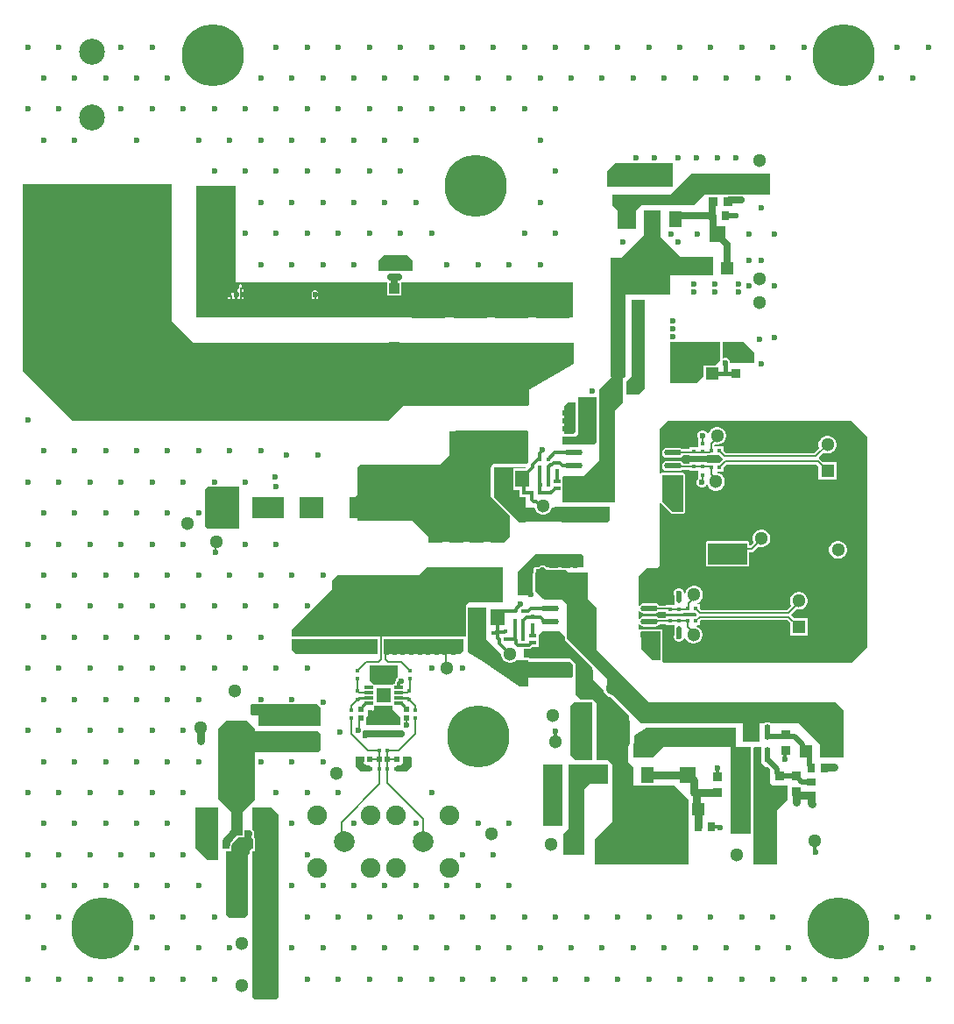
<source format=gbr>
%TF.GenerationSoftware,Altium Limited,Altium Designer,22.9.1 (49)*%
G04 Layer_Physical_Order=1*
G04 Layer_Color=255*
%FSLAX45Y45*%
%MOMM*%
%TF.SameCoordinates,B7DE9D22-2107-43EB-A15B-9EDAE082944A*%
%TF.FilePolarity,Positive*%
%TF.FileFunction,Copper,L1,Top,Signal*%
%TF.Part,Single*%
G01*
G75*
%TA.AperFunction,SMDPad,CuDef*%
%ADD10R,1.45000X1.00000*%
G04:AMPARAMS|DCode=11|XSize=1.7mm|YSize=3.8mm|CornerRadius=0.425mm|HoleSize=0mm|Usage=FLASHONLY|Rotation=90.000|XOffset=0mm|YOffset=0mm|HoleType=Round|Shape=RoundedRectangle|*
%AMROUNDEDRECTD11*
21,1,1.70000,2.95000,0,0,90.0*
21,1,0.85000,3.80000,0,0,90.0*
1,1,0.85000,1.47500,0.42500*
1,1,0.85000,1.47500,-0.42500*
1,1,0.85000,-1.47500,-0.42500*
1,1,0.85000,-1.47500,0.42500*
%
%ADD11ROUNDEDRECTD11*%
%ADD12C,1.30000*%
%ADD13R,1.00000X1.45000*%
%ADD14R,0.75000X0.85000*%
G04:AMPARAMS|DCode=15|XSize=1.65506mm|YSize=0.58213mm|CornerRadius=0.29107mm|HoleSize=0mm|Usage=FLASHONLY|Rotation=180.000|XOffset=0mm|YOffset=0mm|HoleType=Round|Shape=RoundedRectangle|*
%AMROUNDEDRECTD15*
21,1,1.65506,0.00000,0,0,180.0*
21,1,1.07293,0.58213,0,0,180.0*
1,1,0.58213,-0.53646,0.00000*
1,1,0.58213,0.53646,0.00000*
1,1,0.58213,0.53646,0.00000*
1,1,0.58213,-0.53646,0.00000*
%
%ADD15ROUNDEDRECTD15*%
%ADD16R,1.65506X0.58213*%
%ADD17R,1.20000X1.60000*%
%ADD18R,3.30000X1.60000*%
G04:AMPARAMS|DCode=19|XSize=8mm|YSize=4.5mm|CornerRadius=1.125mm|HoleSize=0mm|Usage=FLASHONLY|Rotation=180.000|XOffset=0mm|YOffset=0mm|HoleType=Round|Shape=RoundedRectangle|*
%AMROUNDEDRECTD19*
21,1,8.00000,2.25000,0,0,180.0*
21,1,5.75000,4.50000,0,0,180.0*
1,1,2.25000,-2.87500,1.12500*
1,1,2.25000,2.87500,1.12500*
1,1,2.25000,2.87500,-1.12500*
1,1,2.25000,-2.87500,-1.12500*
%
%ADD19ROUNDEDRECTD19*%
%ADD20R,0.45000X0.45000*%
%ADD21R,0.45000X0.45000*%
%ADD22R,0.71120X0.39370*%
%ADD23R,0.85000X0.75000*%
%ADD24R,1.20000X1.20000*%
%ADD25R,1.52400X1.52400*%
%ADD26R,0.52000X0.52000*%
%ADD27R,3.25000X2.15000*%
%ADD28R,1.00000X2.15000*%
%ADD29R,1.35000X1.65000*%
%ADD30R,7.00000X3.20000*%
%ADD31R,0.95000X0.95000*%
G04:AMPARAMS|DCode=32|XSize=0.86mm|YSize=0.26mm|CornerRadius=0.0325mm|HoleSize=0mm|Usage=FLASHONLY|Rotation=0.000|XOffset=0mm|YOffset=0mm|HoleType=Round|Shape=RoundedRectangle|*
%AMROUNDEDRECTD32*
21,1,0.86000,0.19500,0,0,0.0*
21,1,0.79500,0.26000,0,0,0.0*
1,1,0.06500,0.39750,-0.09750*
1,1,0.06500,-0.39750,-0.09750*
1,1,0.06500,-0.39750,0.09750*
1,1,0.06500,0.39750,0.09750*
%
%ADD32ROUNDEDRECTD32*%
G04:AMPARAMS|DCode=33|XSize=0.86mm|YSize=0.26mm|CornerRadius=0.0325mm|HoleSize=0mm|Usage=FLASHONLY|Rotation=90.000|XOffset=0mm|YOffset=0mm|HoleType=Round|Shape=RoundedRectangle|*
%AMROUNDEDRECTD33*
21,1,0.86000,0.19500,0,0,90.0*
21,1,0.79500,0.26000,0,0,90.0*
1,1,0.06500,0.09750,0.39750*
1,1,0.06500,0.09750,-0.39750*
1,1,0.06500,-0.09750,-0.39750*
1,1,0.06500,-0.09750,0.39750*
%
%ADD33ROUNDEDRECTD33*%
%ADD34R,1.40000X1.40000*%
%ADD35R,1.20000X1.20000*%
%ADD36R,1.52400X1.52400*%
%ADD37R,1.15000X1.75000*%
G04:AMPARAMS|DCode=38|XSize=1.50543mm|YSize=0.57583mm|CornerRadius=0.28791mm|HoleSize=0mm|Usage=FLASHONLY|Rotation=90.000|XOffset=0mm|YOffset=0mm|HoleType=Round|Shape=RoundedRectangle|*
%AMROUNDEDRECTD38*
21,1,1.50543,0.00000,0,0,90.0*
21,1,0.92960,0.57583,0,0,90.0*
1,1,0.57583,0.00000,0.46480*
1,1,0.57583,0.00000,-0.46480*
1,1,0.57583,0.00000,-0.46480*
1,1,0.57583,0.00000,0.46480*
%
%ADD38ROUNDEDRECTD38*%
%ADD39R,0.57583X1.50543*%
%ADD40R,0.95000X0.95000*%
%ADD41R,0.52000X0.52000*%
%ADD42R,1.00000X1.00000*%
G04:AMPARAMS|DCode=43|XSize=1.7mm|YSize=3.8mm|CornerRadius=0.425mm|HoleSize=0mm|Usage=FLASHONLY|Rotation=0.000|XOffset=0mm|YOffset=0mm|HoleType=Round|Shape=RoundedRectangle|*
%AMROUNDEDRECTD43*
21,1,1.70000,2.95000,0,0,0.0*
21,1,0.85000,3.80000,0,0,0.0*
1,1,0.85000,0.42500,-1.47500*
1,1,0.85000,-0.42500,-1.47500*
1,1,0.85000,-0.42500,1.47500*
1,1,0.85000,0.42500,1.47500*
%
%ADD43ROUNDEDRECTD43*%
%ADD44R,0.45000X1.70000*%
%ADD45R,1.25000X3.40000*%
%TA.AperFunction,Conductor*%
%ADD46C,0.30000*%
%ADD47C,0.50000*%
%ADD48C,0.63500*%
%ADD49C,0.80000*%
%ADD50C,0.18500*%
%ADD51C,0.25000*%
%ADD52C,0.76200*%
%ADD53C,0.50800*%
%ADD54C,0.40000*%
%TA.AperFunction,ComponentPad*%
%ADD55C,1.30000*%
%ADD56C,6.00000*%
%ADD57C,1.90500*%
%ADD58C,2.00660*%
%ADD59C,0.60000*%
%ADD60C,2.50000*%
%ADD61R,1.30000X1.30000*%
%ADD62R,1.30000X1.30000*%
%TA.AperFunction,ViaPad*%
%ADD63C,0.60000*%
G36*
X6527800Y9448800D02*
X5892800D01*
Y9601200D01*
X5969000Y9677400D01*
X6527800D01*
Y9448800D01*
D02*
G37*
G36*
X7467600Y9372600D02*
X7198073D01*
X7188200Y9374564D01*
X7082861D01*
X7082860Y9374564D01*
X7080325Y9374060D01*
X7000120D01*
Y9372600D01*
X6985120D01*
Y9374060D01*
X6850120D01*
Y9372600D01*
X6832600D01*
X6731000Y9271000D01*
X6223000D01*
X6172200Y9220200D01*
Y9042400D01*
X5994400D01*
Y9220200D01*
X5943600Y9271000D01*
Y9372600D01*
X6502400D01*
X6705600Y9575800D01*
X7467600D01*
Y9372600D01*
D02*
G37*
G36*
X4013200Y8737600D02*
Y8636000D01*
X3683000D01*
Y8737600D01*
X3733800Y8788400D01*
X3962400D01*
X4013200Y8737600D01*
D02*
G37*
G36*
X2302798Y8529320D02*
X3769829D01*
Y8398658D01*
X3909829D01*
Y8529320D01*
X5562600D01*
Y8186420D01*
X1921798D01*
Y8529320D01*
Y9461500D01*
X2302798D01*
Y8529320D01*
D02*
G37*
G36*
X7315200Y7848600D02*
Y7747000D01*
X7085800D01*
Y7756946D01*
X7078188Y7775323D01*
X7064123Y7789388D01*
X7045746Y7797000D01*
X7025854D01*
X7020960Y7794972D01*
X7010400Y7802028D01*
Y7950200D01*
X7213600D01*
X7315200Y7848600D01*
D02*
G37*
G36*
X6985000Y7772400D02*
X6939600Y7727000D01*
X6831000D01*
Y7618400D01*
X6769100Y7556500D01*
X6502400D01*
X6502400Y7950200D01*
X6985000D01*
Y7772400D01*
D02*
G37*
G36*
X6261100Y7505700D02*
X6197600Y7442200D01*
X6083300D01*
Y7569200D01*
X6134100Y7620000D01*
Y8356600D01*
X6261100D01*
Y7505700D01*
D02*
G37*
G36*
X1689100Y8153400D02*
X1897380Y7945120D01*
X5181600Y7945120D01*
X5575300D01*
Y7740896D01*
X5130800Y7489691D01*
Y7335520D01*
X3924300D01*
X3776980Y7188200D01*
X731520D01*
X248920Y7670800D01*
Y9474200D01*
X1689100D01*
Y8153400D01*
D02*
G37*
G36*
X5588000Y7086600D02*
X5562600Y7061200D01*
X5479915D01*
X5479915Y7334114D01*
X5511800Y7366000D01*
X5588000Y7366000D01*
Y7086600D01*
D02*
G37*
G36*
X5791200Y6985000D02*
X5765800Y6959600D01*
X5461000D01*
Y7035800D01*
X5588000D01*
X5613400Y7061200D01*
Y7416800D01*
X5791200D01*
Y6985000D01*
D02*
G37*
G36*
X6413500Y8966200D02*
X6604000Y8775700D01*
X6921500D01*
Y8597900D01*
X6502400D01*
Y8407400D01*
X6070600D01*
Y7620000D01*
X6057900Y7607300D01*
X6045200D01*
Y7366000D01*
X5969000Y7289800D01*
Y6400800D01*
X5461000D01*
Y6498387D01*
X5468077D01*
Y6568237D01*
Y6647606D01*
X5477798Y6654800D01*
X5664200D01*
X5816600Y6807200D01*
Y7493000D01*
X5937250Y7613650D01*
X5930900Y7620000D01*
Y8763000D01*
X6032500D01*
X6248400Y8978900D01*
Y9220200D01*
X6413500D01*
Y8966200D01*
D02*
G37*
G36*
X6629400Y6311900D02*
X6527800D01*
X6426200Y6413500D01*
Y6667500D01*
X6629400D01*
Y6311900D01*
D02*
G37*
G36*
X8407400Y7035800D02*
Y5003800D01*
X8255000Y4851400D01*
X6446092D01*
X6433887Y4863911D01*
X6433900Y4865100D01*
X6433900D01*
Y4990100D01*
X6433892D01*
Y5156200D01*
X6432340Y5164004D01*
X6427919Y5170619D01*
X6421304Y5175040D01*
X6413500Y5176592D01*
X6223000D01*
X6215196Y5175040D01*
X6214348Y5174473D01*
X6201168Y5176810D01*
X6197600Y5184326D01*
Y5221390D01*
X6210300Y5225242D01*
X6216340Y5216202D01*
X6232584Y5205348D01*
X6251744Y5201537D01*
X6359037D01*
X6378198Y5205348D01*
X6394441Y5216202D01*
X6401509Y5226780D01*
X6459900D01*
Y5219100D01*
X6544900D01*
X6548800Y5208015D01*
Y5200353D01*
X6548534Y5199954D01*
X6545011Y5182240D01*
Y5126844D01*
X6541300Y5117886D01*
Y5097994D01*
X6548912Y5079617D01*
X6562977Y5065552D01*
X6581354Y5057940D01*
X6601246D01*
X6619623Y5065552D01*
X6633688Y5079617D01*
X6638447Y5091107D01*
X6651793Y5090371D01*
X6662983Y5070989D01*
X6678809Y5055163D01*
X6698191Y5043973D01*
X6719810Y5038180D01*
X6742190D01*
X6763809Y5043973D01*
X6783191Y5055163D01*
X6799017Y5070989D01*
X6810207Y5090371D01*
X6816000Y5111990D01*
Y5134370D01*
X6810207Y5155989D01*
X6799017Y5175371D01*
X6783191Y5191197D01*
X6763809Y5202387D01*
X6763014Y5202600D01*
X6764686Y5215300D01*
X6795720D01*
Y5258124D01*
X6803673Y5266077D01*
X7638127D01*
X7664540Y5239664D01*
Y5111840D01*
X7834540D01*
Y5281840D01*
X7706716D01*
X7673606Y5314950D01*
X7727424Y5368768D01*
X7738350Y5365840D01*
X7760730D01*
X7782349Y5371633D01*
X7801731Y5382823D01*
X7817557Y5398649D01*
X7828747Y5418031D01*
X7834540Y5439650D01*
Y5462030D01*
X7828747Y5483649D01*
X7817557Y5503031D01*
X7801731Y5518857D01*
X7782349Y5530047D01*
X7760730Y5535840D01*
X7738350D01*
X7716731Y5530047D01*
X7697349Y5518857D01*
X7681523Y5503031D01*
X7670333Y5483649D01*
X7664540Y5462030D01*
Y5439650D01*
X7670333Y5418031D01*
X7678386Y5404082D01*
X7638527Y5364223D01*
X6808353D01*
X6798260Y5374316D01*
Y5417140D01*
X6772306D01*
X6770634Y5429840D01*
X6771429Y5430053D01*
X6790811Y5441243D01*
X6806637Y5457069D01*
X6817827Y5476451D01*
X6823620Y5498070D01*
Y5520450D01*
X6817827Y5542069D01*
X6806637Y5561451D01*
X6790811Y5577277D01*
X6771429Y5588467D01*
X6749810Y5594260D01*
X6727430D01*
X6705811Y5588467D01*
X6686429Y5577277D01*
X6670603Y5561451D01*
X6659413Y5542069D01*
X6653620Y5520451D01*
X6641300Y5521367D01*
Y5534446D01*
X6633688Y5552823D01*
X6619623Y5566888D01*
X6601246Y5574500D01*
X6581354D01*
X6562977Y5566888D01*
X6548912Y5552823D01*
X6541300Y5534446D01*
Y5514554D01*
X6545011Y5505596D01*
Y5450200D01*
X6548534Y5432486D01*
X6548800Y5432087D01*
Y5423784D01*
X6544900Y5412700D01*
X6459900D01*
Y5404226D01*
X6400979D01*
X6394441Y5414010D01*
X6378198Y5424863D01*
X6359037Y5428675D01*
X6251744D01*
X6232584Y5424863D01*
X6216340Y5414010D01*
X6210300Y5404970D01*
X6197600Y5408822D01*
Y5689600D01*
X6273800Y5765800D01*
X6375400D01*
X6400800Y5791200D01*
Y6392655D01*
X6406580Y6396037D01*
X6413500Y6397362D01*
X6513381Y6297481D01*
X6519996Y6293060D01*
X6527800Y6291508D01*
X6629400D01*
X6637204Y6293060D01*
X6643819Y6297481D01*
X6648240Y6304096D01*
X6649792Y6311900D01*
Y6667500D01*
X6648240Y6675304D01*
X6643819Y6681919D01*
X6637204Y6686340D01*
X6629400Y6687892D01*
X6426200D01*
X6418396Y6686340D01*
X6413500Y6683068D01*
X6406474Y6685025D01*
X6400800Y6688345D01*
Y7112000D01*
X6477000Y7188200D01*
X8254999Y7188200D01*
X8407400Y7035800D01*
D02*
G37*
G36*
X3149600Y6248400D02*
X2921000D01*
Y6451600D01*
X3149600D01*
Y6248400D01*
D02*
G37*
G36*
X2768600D02*
X2463800D01*
Y6451600D01*
X2768600D01*
Y6248400D01*
D02*
G37*
G36*
X5105400Y6730064D02*
X4990594D01*
Y6525064D01*
X5050137D01*
Y6450289D01*
X5105400D01*
Y6350000D01*
X5194455D01*
X5198566Y6334658D01*
X5209756Y6315275D01*
X5225582Y6299450D01*
X5244964Y6288259D01*
X5266583Y6282467D01*
X5288964D01*
X5310582Y6288259D01*
X5329964Y6299450D01*
X5345790Y6315275D01*
X5356980Y6334658D01*
X5361091Y6350000D01*
X5391119D01*
Y6364169D01*
X5924519D01*
Y6237169D01*
X5899119Y6211769D01*
X5454619D01*
X5454511Y6211877D01*
X5105400D01*
Y6210300D01*
X5041900D01*
X4972149Y6280051D01*
X4971840Y6281604D01*
X4967419Y6288219D01*
X4967419Y6288220D01*
X4800600Y6455039D01*
Y6743700D01*
X5105400D01*
Y6730064D01*
D02*
G37*
G36*
X2336800Y6146800D02*
X2032000D01*
X2006600Y6172200D01*
Y6527800D01*
X2032000Y6553200D01*
X2336800D01*
Y6146800D01*
D02*
G37*
G36*
X5130800Y6781800D02*
X4800600D01*
X4775200Y6756400D01*
X4772660Y6720840D01*
Y6454140D01*
X4953000Y6273800D01*
Y6070600D01*
X4902200Y6019800D01*
X4216400D01*
X4013200Y6223000D01*
X3479800D01*
Y6248400D01*
X3403600D01*
Y6451600D01*
X3454400D01*
X3479800Y6477000D01*
Y6743700D01*
X3505200Y6769100D01*
X4279900D01*
X4368800Y6858000D01*
Y7086600D01*
X5130800D01*
Y6781800D01*
D02*
G37*
G36*
X5664200Y5882554D02*
Y5771880D01*
X5316010D01*
X5310180Y5777710D01*
X5293063Y5789147D01*
X5272871Y5793164D01*
X5269500D01*
X5249308Y5789147D01*
X5232190Y5777710D01*
X5232050Y5777500D01*
X5186600D01*
Y5722799D01*
X5180970Y5717154D01*
Y5503092D01*
X5041958D01*
X5030574Y5514476D01*
Y5737578D01*
X5191113Y5898117D01*
X5201920D01*
Y5898880D01*
X5647874D01*
X5664200Y5882554D01*
D02*
G37*
G36*
X6216340Y5343202D02*
X6232584Y5332348D01*
X6251744Y5328537D01*
X6359037D01*
X6378198Y5332348D01*
X6394441Y5343202D01*
X6395362Y5344580D01*
X6459900D01*
Y5327700D01*
X6544899D01*
Y5327700D01*
X6548801D01*
Y5327700D01*
X6633800D01*
Y5332140D01*
X6751714D01*
X6761910Y5321853D01*
X6761754Y5308510D01*
X6753544Y5300300D01*
X6633800D01*
Y5304740D01*
X6557335D01*
X6548801Y5304740D01*
X6548800Y5304740D01*
X6544899Y5304100D01*
Y5304100D01*
X6459900D01*
Y5286426D01*
X6394832D01*
X6394441Y5287010D01*
X6378198Y5297863D01*
X6359037Y5301675D01*
X6251744D01*
X6232584Y5297863D01*
X6216340Y5287010D01*
X6210300Y5277970D01*
X6197600Y5281822D01*
Y5348390D01*
X6210300Y5352242D01*
X6216340Y5343202D01*
D02*
G37*
G36*
X4889500Y5435600D02*
X4559300D01*
X4533900Y5410200D01*
Y5118100D01*
X4521200Y5105400D01*
X3721100Y5105400D01*
X2844800D01*
X2844800Y5168900D01*
X3238500Y5562600D01*
X3238500Y5651500D01*
X3289300Y5702300D01*
X4076700D01*
X4152900Y5778500D01*
X4889500D01*
Y5435600D01*
D02*
G37*
G36*
X4511901Y4969101D02*
X4483100Y4940300D01*
X3741900D01*
X3741901Y5077700D01*
X4511901D01*
Y4969101D01*
D02*
G37*
G36*
X3681117Y4940300D02*
X2882900D01*
X2844800Y4978400D01*
Y5080000D01*
X3681117D01*
Y4940300D01*
D02*
G37*
G36*
X6413500Y4876800D02*
X6337300D01*
X6223000Y4991100D01*
Y5156200D01*
X6413500D01*
Y4876800D01*
D02*
G37*
G36*
X3872004Y4717174D02*
X3862295Y4707465D01*
X3854683Y4689087D01*
Y4679609D01*
X3854448Y4679374D01*
X3846712Y4667797D01*
X3843996Y4654141D01*
Y4648293D01*
X3843300Y4647598D01*
X3839932D01*
X3830860Y4645793D01*
X3823169Y4640654D01*
X3821531Y4638202D01*
X3647832D01*
X3646194Y4640654D01*
X3638503Y4645793D01*
X3635146Y4646461D01*
X3605304Y4676302D01*
Y4828702D01*
X3872004D01*
Y4717174D01*
D02*
G37*
G36*
X4724400Y5080000D02*
X4875118Y4929282D01*
Y4926156D01*
X4880911Y4904537D01*
X4892101Y4885155D01*
X4907927Y4869329D01*
X4927309Y4858139D01*
X4948928Y4852346D01*
X4971309D01*
X4992927Y4858139D01*
X5012309Y4869329D01*
X5019780Y4876800D01*
X5130800D01*
Y4864100D01*
X5537200D01*
X5562600Y4838700D01*
Y4724400D01*
X5549900Y4711700D01*
X5130800D01*
Y4622800D01*
X5053989D01*
X4673600Y4876800D01*
X4550169Y4954975D01*
Y5106449D01*
X4552740Y5110296D01*
X4554292Y5118100D01*
Y5384800D01*
X4724400D01*
X4724400Y5080000D01*
D02*
G37*
G36*
X3822682Y4403642D02*
X3897181Y4329141D01*
X3897182Y4254141D01*
X3572182D01*
X3572182Y4329141D01*
X3646682Y4403641D01*
Y4433892D01*
X3822682D01*
Y4403642D01*
D02*
G37*
G36*
X3124200Y4419600D02*
Y4241800D01*
X2527300D01*
Y4343400D01*
X2463800D01*
X2451100Y4356100D01*
Y4445000D01*
X2463800Y4457700D01*
X3086100D01*
X3124200Y4419600D01*
D02*
G37*
G36*
X3919681Y4204143D02*
X3934682Y4189142D01*
Y4149142D01*
X3914682Y4129143D01*
X3554681D01*
X3534682Y4149143D01*
Y4189143D01*
X3549683Y4204143D01*
X3919681Y4204143D01*
D02*
G37*
G36*
X5709920Y5467080D02*
X5708920D01*
X5791200Y5384800D01*
Y4978400D01*
X6299200Y4470400D01*
X8102600D01*
X8178800Y4394200D01*
Y3937000D01*
X7950200D01*
Y4064000D01*
X7747000Y4267200D01*
X7480114D01*
X7465672Y4276849D01*
X7446635Y4280636D01*
X7427598Y4276849D01*
X7413156Y4267200D01*
X7370098D01*
Y4102100D01*
X7357398Y4089400D01*
X7217698D01*
X7204998Y4102100D01*
Y4267200D01*
X6223000D01*
X5892800Y4597400D01*
Y4699000D01*
X5511800Y5080000D01*
Y5410200D01*
X5461000Y5461000D01*
X5283200D01*
Y5467080D01*
X5278120D01*
X5201920Y5543280D01*
Y5709722D01*
X5203203Y5711647D01*
X5205440Y5714995D01*
X5205442Y5715009D01*
X5205450Y5715020D01*
X5206221Y5718926D01*
X5206650Y5721080D01*
X5709920D01*
Y5467080D01*
D02*
G37*
G36*
X5753100Y4470144D02*
Y3911600D01*
X5588000D01*
X5537200Y3962400D01*
Y4432300D01*
X5575300Y4470400D01*
X5752844D01*
X5753100Y4470144D01*
D02*
G37*
G36*
X4004682Y3939142D02*
Y3849142D01*
X3954682Y3799141D01*
X3864682Y3799142D01*
X3854682Y3809142D01*
Y3849142D01*
X3864682Y3859142D01*
X3894683D01*
X3908683Y3873142D01*
X3909681D01*
Y3874140D01*
X3924683Y3889142D01*
Y3939142D01*
X3934683Y3949142D01*
X3994682D01*
X4004682Y3939142D01*
D02*
G37*
G36*
X3544683D02*
Y3889142D01*
X3559682Y3874142D01*
Y3873142D01*
X3560682D01*
X3574682Y3859142D01*
X3604683D01*
X3614683Y3849142D01*
Y3809142D01*
X3604683Y3799142D01*
X3514682Y3799141D01*
X3464683Y3849141D01*
Y3939142D01*
X3474683Y3949142D01*
X3534683D01*
X3544683Y3939142D01*
D02*
G37*
G36*
X5465098Y3276600D02*
X5274598D01*
Y3873500D01*
X5465098D01*
Y3276600D01*
D02*
G37*
G36*
X7141498Y4038600D02*
X7276769D01*
X7276991Y4038501D01*
X7286206Y4025900D01*
Y3797300D01*
X7281198D01*
Y3200400D01*
X7090698D01*
Y3805902D01*
X7086600Y3810000D01*
Y4038600D01*
X6438900D01*
X6337300Y3937000D01*
X6159500D01*
Y4152900D01*
X6273800Y4229100D01*
X7141498D01*
Y4038600D01*
D02*
G37*
G36*
X2489200Y4216400D02*
Y4191000D01*
X3098800D01*
X3124200Y4165600D01*
Y4013200D01*
X3098800Y3987800D01*
X2489200D01*
Y3530600D01*
X2374900Y3416300D01*
Y3187700D01*
X2260600D01*
Y3416300D01*
X2133600Y3543300D01*
Y4216400D01*
X2209800Y4292600D01*
X2413000D01*
X2489200Y4216400D01*
D02*
G37*
G36*
X5905500Y3683000D02*
X5727700D01*
X5676900Y3632200D01*
Y2997200D01*
X5473700D01*
Y3200400D01*
X5524500Y3251200D01*
Y3873500D01*
X5905500D01*
Y3683000D01*
D02*
G37*
G36*
X2133600Y2946400D02*
X2032000D01*
X1917700Y3060700D01*
Y3454400D01*
X2133600D01*
Y2946400D01*
D02*
G37*
G36*
X7382798Y3886200D02*
X7420898Y3848100D01*
X7451501D01*
X7471698Y3827903D01*
Y3695700D01*
X7497098Y3670300D01*
X7636798D01*
Y3530600D01*
X7535198Y3429000D01*
Y2908300D01*
X7306598D01*
Y4025900D01*
X7319298Y4038600D01*
X7382798D01*
Y3886200D01*
D02*
G37*
G36*
X5488534Y5103266D02*
Y5101302D01*
X5491408Y5086855D01*
Y5080000D01*
X5492960Y5072196D01*
X5497381Y5065581D01*
X5497381Y5065580D01*
X5753100Y4809861D01*
Y4699000D01*
X5862190Y4589910D01*
X5866933Y4572211D01*
X5878123Y4552829D01*
X5893949Y4537003D01*
X5913331Y4525813D01*
X5931030Y4521070D01*
X6108700Y4343400D01*
Y4064000D01*
X6096000Y4051300D01*
Y3898900D01*
X6146800Y3848100D01*
Y3670300D01*
X6540500D01*
X6680200Y3530600D01*
Y2908300D01*
X5778500D01*
Y3149600D01*
X5943600Y3314700D01*
Y3873500D01*
X5905500Y3911600D01*
X5791200D01*
Y4483100D01*
X5778500Y4495800D01*
X5638800D01*
X5588000Y4546600D01*
Y4851400D01*
X5537200Y4902200D01*
X5092700D01*
Y4985524D01*
X5139121D01*
X5152777Y4988240D01*
X5164354Y4995976D01*
X5176955Y5008577D01*
X5232814D01*
Y5078427D01*
Y5118514D01*
X5270500Y5156200D01*
X5435600D01*
X5488534Y5103266D01*
D02*
G37*
G36*
X2444960Y3236194D02*
X2447174Y3232881D01*
X2449381Y3229579D01*
X2454540Y3226132D01*
X2463501Y3217171D01*
X2468008Y3206290D01*
Y3194510D01*
X2462745Y3181803D01*
X2462002Y3178070D01*
X2461195Y3174332D01*
X2461226Y3174165D01*
X2461193Y3174000D01*
X2461937Y3170256D01*
X2462620Y3166504D01*
X2467640Y3153804D01*
X2467732Y3153662D01*
X2467765Y3153496D01*
X2469886Y3150322D01*
X2471952Y3147117D01*
X2472091Y3147021D01*
X2472185Y3146881D01*
X2475356Y3144762D01*
X2476500Y3143970D01*
Y3056692D01*
X2463800D01*
X2455996Y3055140D01*
X2449381Y3050719D01*
X2444960Y3044104D01*
X2443408Y3036300D01*
Y3014908D01*
X2425700Y2997200D01*
Y2425700D01*
X2387600Y2387600D01*
X2247900D01*
X2209800Y2425700D01*
Y3036300D01*
X2267300D01*
Y3080322D01*
X2270975Y3098800D01*
Y3109140D01*
X2329143Y3167308D01*
X2374900D01*
X2382704Y3168860D01*
X2389319Y3173281D01*
X2393740Y3179896D01*
X2395292Y3187700D01*
Y3233492D01*
X2400300Y3238500D01*
X2444502D01*
X2444960Y3236194D01*
D02*
G37*
G36*
X2717800Y3390900D02*
Y1625600D01*
X2692400Y1600200D01*
X2489200D01*
X2463800Y1625600D01*
Y3036300D01*
X2496900D01*
Y3161300D01*
X2486604D01*
X2481585Y3174000D01*
X2488400Y3190454D01*
Y3210346D01*
X2480788Y3228723D01*
X2466723Y3242788D01*
X2463800Y3243999D01*
Y3454400D01*
X2654300D01*
X2717800Y3390900D01*
D02*
G37*
%LPC*%
G36*
X2353598Y8508343D02*
X2342186Y8506073D01*
X2332510Y8499608D01*
X2326046Y8489933D01*
X2323775Y8478520D01*
Y8338594D01*
X2312042Y8333734D01*
X2294521Y8351255D01*
Y8402320D01*
X2292251Y8413733D01*
X2285786Y8423408D01*
X2276111Y8429873D01*
X2264698Y8432143D01*
X2253286Y8429873D01*
X2243610Y8423408D01*
X2237146Y8413733D01*
X2234875Y8402320D01*
Y8338903D01*
X2234875Y8338902D01*
X2237146Y8327489D01*
X2243610Y8317814D01*
X2303011Y8258413D01*
X2303012Y8258412D01*
X2312687Y8251947D01*
X2324100Y8249677D01*
X2335513Y8251947D01*
X2345188Y8258412D01*
X2374686Y8287910D01*
X2374686Y8287910D01*
X2381151Y8297586D01*
X2383421Y8308998D01*
X2383421Y8309000D01*
Y8478520D01*
X2381151Y8489933D01*
X2374686Y8499608D01*
X2365011Y8506073D01*
X2353598Y8508343D01*
D02*
G37*
G36*
X3073400Y8449923D02*
X3061987Y8447653D01*
X3052312Y8441188D01*
X3045847Y8431513D01*
X3043577Y8420100D01*
Y8337921D01*
X3043577Y8337920D01*
X3045847Y8326507D01*
X3052312Y8316832D01*
X3110732Y8258412D01*
X3120407Y8251947D01*
X3131820Y8249677D01*
X3143233Y8251947D01*
X3152908Y8258412D01*
X3159373Y8268087D01*
X3161643Y8279500D01*
X3159373Y8290913D01*
X3152908Y8300588D01*
X3103223Y8350273D01*
Y8420100D01*
X3100953Y8431513D01*
X3094488Y8441188D01*
X3084813Y8447653D01*
X3073400Y8449923D01*
D02*
G37*
G36*
X6970790Y7130960D02*
X6948410D01*
X6926791Y7125167D01*
X6907409Y7113977D01*
X6891583Y7098151D01*
X6880393Y7078769D01*
X6878364Y7071198D01*
X6864981Y7070321D01*
X6862288Y7076823D01*
X6848223Y7090888D01*
X6829846Y7098500D01*
X6809954D01*
X6791577Y7090888D01*
X6777512Y7076823D01*
X6769900Y7058446D01*
Y7038554D01*
X6774175Y7028234D01*
X6777400Y7016059D01*
X6777400Y7016059D01*
X6777400Y7016059D01*
Y6947784D01*
X6773500Y6936700D01*
X6688500D01*
Y6918745D01*
X6618238D01*
X6605014Y6927581D01*
X6585854Y6931392D01*
X6478561D01*
X6459401Y6927581D01*
X6443157Y6916727D01*
X6432304Y6900484D01*
X6428493Y6881323D01*
X6432304Y6862163D01*
X6443157Y6845919D01*
X6459401Y6835066D01*
X6478561Y6831255D01*
X6585854D01*
X6605014Y6835066D01*
X6621258Y6845919D01*
X6630064Y6859099D01*
X6688500D01*
Y6851700D01*
X6773499D01*
Y6851700D01*
X6777400Y6851059D01*
X6777401Y6851060D01*
X6785935Y6851060D01*
X6862400D01*
Y6856140D01*
X6981503D01*
X7010429Y6827215D01*
X7010902Y6826580D01*
X7011857Y6810833D01*
X6984684Y6783660D01*
X6862400D01*
Y6788100D01*
X6777401D01*
Y6788100D01*
X6773499D01*
Y6788100D01*
X6688500D01*
Y6777565D01*
X6629385D01*
X6621258Y6789727D01*
X6605014Y6800581D01*
X6585854Y6804392D01*
X6478561D01*
X6459401Y6800581D01*
X6443157Y6789727D01*
X6432304Y6773484D01*
X6428493Y6754323D01*
X6432304Y6735163D01*
X6443157Y6718919D01*
X6459401Y6708066D01*
X6478561Y6704255D01*
X6585854D01*
X6605014Y6708066D01*
X6619761Y6717919D01*
X6688500D01*
Y6703100D01*
X6773500D01*
X6777400Y6692016D01*
Y6629911D01*
X6770812Y6623323D01*
X6763200Y6604946D01*
Y6585054D01*
X6770812Y6566677D01*
X6784877Y6552612D01*
X6803254Y6545000D01*
X6823146D01*
X6841523Y6552612D01*
X6855588Y6566677D01*
X6856818Y6569647D01*
X6870201Y6568769D01*
X6870233Y6568651D01*
X6881423Y6549269D01*
X6897249Y6533443D01*
X6916631Y6522253D01*
X6938250Y6516460D01*
X6960630D01*
X6982249Y6522253D01*
X7001631Y6533443D01*
X7017457Y6549269D01*
X7028647Y6568651D01*
X7034440Y6590270D01*
Y6612650D01*
X7028647Y6634269D01*
X7017457Y6653651D01*
X7001631Y6669477D01*
X6982249Y6680667D01*
X6962495Y6685960D01*
X6964167Y6698660D01*
X7026860D01*
Y6741484D01*
X7052593Y6767217D01*
X7922607D01*
X7941400Y6748424D01*
Y6620600D01*
X8111400D01*
Y6790600D01*
X7983576D01*
X7956048Y6818128D01*
X7949464Y6822527D01*
X7946459Y6833755D01*
X7946494Y6837518D01*
X7990914Y6881938D01*
X7993591Y6880393D01*
X8015210Y6874600D01*
X8037590D01*
X8059209Y6880393D01*
X8078591Y6891583D01*
X8094417Y6907409D01*
X8105607Y6926791D01*
X8111400Y6948410D01*
Y6970790D01*
X8105607Y6992409D01*
X8094417Y7011791D01*
X8078591Y7027617D01*
X8059209Y7038807D01*
X8037590Y7044600D01*
X8015210D01*
X7993591Y7038807D01*
X7974209Y7027617D01*
X7958383Y7011791D01*
X7947193Y6992409D01*
X7941400Y6970790D01*
Y6948410D01*
X7947193Y6926791D01*
X7948738Y6924114D01*
X7902287Y6877663D01*
X7044333D01*
X7023680Y6898316D01*
Y6941140D01*
X6933231D01*
X6932409Y6953840D01*
X6943068Y6962391D01*
X6948410Y6960960D01*
X6970790D01*
X6992409Y6966753D01*
X7011791Y6977943D01*
X7027617Y6993769D01*
X7038807Y7013151D01*
X7044600Y7034770D01*
Y7057150D01*
X7038807Y7078769D01*
X7027617Y7098151D01*
X7011791Y7113977D01*
X6992409Y7125167D01*
X6970790Y7130960D01*
D02*
G37*
G36*
X7400050Y6140360D02*
X7377670D01*
X7356051Y6134567D01*
X7336669Y6123377D01*
X7320843Y6107551D01*
X7309653Y6088169D01*
X7303860Y6066550D01*
Y6044170D01*
X7309653Y6022551D01*
X7314081Y6014882D01*
X7284792Y5985593D01*
X7272092Y5990854D01*
Y6007100D01*
X7270540Y6014904D01*
X7268000Y6018705D01*
Y6020200D01*
X7267001D01*
X7266119Y6021519D01*
X7259504Y6025940D01*
X7251700Y6027492D01*
X6870700D01*
X6862896Y6025940D01*
X6856281Y6021519D01*
X6855399Y6020200D01*
X6854400D01*
Y6018705D01*
X6851860Y6014904D01*
X6850308Y6007100D01*
Y5803900D01*
X6851860Y5796096D01*
X6856281Y5789481D01*
X6862896Y5785060D01*
X6870700Y5783508D01*
X7251700D01*
X7259504Y5785060D01*
X7266119Y5789481D01*
X7270540Y5796096D01*
X7272092Y5803900D01*
Y5920377D01*
X7291574D01*
X7291575Y5920377D01*
X7302988Y5922647D01*
X7312663Y5929112D01*
X7358932Y5975381D01*
X7377670Y5970360D01*
X7400050D01*
X7421669Y5976153D01*
X7441051Y5987343D01*
X7456877Y6003169D01*
X7468067Y6022551D01*
X7473860Y6044170D01*
Y6066550D01*
X7468067Y6088169D01*
X7456877Y6107551D01*
X7441051Y6123377D01*
X7421669Y6134567D01*
X7400050Y6140360D01*
D02*
G37*
G36*
X8139190Y6028600D02*
X8116810D01*
X8095191Y6022807D01*
X8075809Y6011617D01*
X8059983Y5995791D01*
X8048793Y5976409D01*
X8043000Y5954790D01*
Y5932410D01*
X8048793Y5910791D01*
X8059983Y5891409D01*
X8075809Y5875583D01*
X8095191Y5864393D01*
X8116810Y5858600D01*
X8139190D01*
X8160809Y5864393D01*
X8180191Y5875583D01*
X8196017Y5891409D01*
X8207207Y5910791D01*
X8213000Y5932410D01*
Y5954790D01*
X8207207Y5976409D01*
X8196017Y5995791D01*
X8180191Y6011617D01*
X8160809Y6022807D01*
X8139190Y6028600D01*
D02*
G37*
%LPD*%
G36*
X7251700Y5803900D02*
X6870700D01*
Y6007100D01*
X7251700D01*
Y5803900D01*
D02*
G37*
D10*
X2794000Y4311400D02*
D03*
Y4121400D02*
D03*
X2997200Y4311400D02*
D03*
Y4121400D02*
D03*
X6450618Y4170680D02*
D03*
Y4360680D02*
D03*
X7175500Y5950200D02*
D03*
Y6140200D02*
D03*
X6432790Y9514106D02*
D03*
Y9324106D02*
D03*
X6234670Y9514106D02*
D03*
Y9324106D02*
D03*
X7054603Y4173314D02*
D03*
Y4363314D02*
D03*
X6039090Y9514106D02*
D03*
Y9324106D02*
D03*
X6858038Y4172200D02*
D03*
Y4362200D02*
D03*
X2590800Y4121400D02*
D03*
Y4311400D02*
D03*
X6653818Y4173220D02*
D03*
Y4363220D02*
D03*
X6946900Y5950200D02*
D03*
Y6140200D02*
D03*
D11*
X4973320Y7831719D02*
D03*
Y8261721D02*
D03*
X2730500Y8279500D02*
D03*
Y7849500D02*
D03*
X3131820Y8279500D02*
D03*
Y7849500D02*
D03*
X3535680Y7846060D02*
D03*
Y8276062D02*
D03*
X2324100Y8279500D02*
D03*
Y7849500D02*
D03*
X4165600Y7831719D02*
D03*
Y8261721D02*
D03*
X5372100Y8261720D02*
D03*
Y7831720D02*
D03*
X4572000Y7831719D02*
D03*
Y8261721D02*
D03*
D12*
X2311400Y4216400D02*
D03*
X4960118Y4937346D02*
D03*
X3169920Y5257800D02*
D03*
X7160260Y6606540D02*
D03*
X5029200Y6350000D02*
D03*
X6172200Y7518400D02*
D03*
X5918200Y7442200D02*
D03*
X4343400Y4800600D02*
D03*
X6926580Y5509260D02*
D03*
X4691380Y4993640D02*
D03*
X6959600Y7045960D02*
D03*
X6949440Y6601460D02*
D03*
X5397500Y4089400D02*
D03*
X2121810Y6024942D02*
D03*
X5715000Y4599940D02*
D03*
X6924040Y5123180D02*
D03*
X6731000D02*
D03*
X6738620Y5509260D02*
D03*
X965200Y7442200D02*
D03*
X7899400Y3136900D02*
D03*
X1968500Y4229100D02*
D03*
X5946140Y4605020D02*
D03*
X7157720Y7043420D02*
D03*
X7388860Y6055360D02*
D03*
X5277773Y6367467D02*
D03*
D13*
X6193540Y7708900D02*
D03*
X6003540D02*
D03*
X5595887Y3365454D02*
D03*
X5405887D02*
D03*
X5593984Y3565502D02*
D03*
X5403984D02*
D03*
X5875058Y4196080D02*
D03*
X5685058D02*
D03*
X7220144Y3302985D02*
D03*
X7410144D02*
D03*
X2371151Y2737215D02*
D03*
X2561151D02*
D03*
X6193540Y7899400D02*
D03*
X6003540D02*
D03*
X6194571Y8088794D02*
D03*
X6004570D02*
D03*
X5872868Y4391064D02*
D03*
X5682868D02*
D03*
X2558800Y2540000D02*
D03*
X2368800D02*
D03*
X7223963Y3514287D02*
D03*
X7413963D02*
D03*
X6195060Y8277860D02*
D03*
X6005060D02*
D03*
X6015258Y4003040D02*
D03*
X6205258D02*
D03*
X5877598Y4000500D02*
D03*
X5687598D02*
D03*
X7221258Y3710940D02*
D03*
X7411258D02*
D03*
X5594138Y3769360D02*
D03*
X5404138D02*
D03*
X2368800Y2933700D02*
D03*
X2558800D02*
D03*
D14*
X6566900Y6426200D02*
D03*
X6691900D02*
D03*
X5537200Y7315200D02*
D03*
X5662200D02*
D03*
X6501400Y4927600D02*
D03*
X6376400D02*
D03*
X5120746Y5603787D02*
D03*
X5245746D02*
D03*
X2439400Y3098800D02*
D03*
X2564400D02*
D03*
X7997460Y3838580D02*
D03*
X7872460D02*
D03*
X5661633Y7201401D02*
D03*
X5536633D02*
D03*
X2084800Y3098800D02*
D03*
X2209800D02*
D03*
X6914880Y9169400D02*
D03*
X7039880D02*
D03*
X5119100Y5715000D02*
D03*
X5244100D02*
D03*
X6901720Y3270200D02*
D03*
X6776720D02*
D03*
D15*
X5349277Y5378606D02*
D03*
Y5251606D02*
D03*
X6305391Y5378606D02*
D03*
Y5251606D02*
D03*
X5349277Y5505606D02*
D03*
Y5124606D02*
D03*
X6305391Y5505606D02*
D03*
X6532208Y7008323D02*
D03*
X5576093Y6627323D02*
D03*
Y7008323D02*
D03*
X6532208Y6754323D02*
D03*
Y6881323D02*
D03*
X5576093Y6754323D02*
D03*
Y6881323D02*
D03*
D16*
X6305391Y5124606D02*
D03*
X6532208Y6627323D02*
D03*
D17*
X5829494Y3770746D02*
D03*
X6059494D02*
D03*
X6289494D02*
D03*
X6558650Y9133028D02*
D03*
X6328650D02*
D03*
X6098649D02*
D03*
D18*
X6059494Y3130746D02*
D03*
X6328650Y8493028D02*
D03*
D19*
X3911600Y6451600D02*
D03*
X3352800Y7505700D02*
D03*
X3683000Y5461000D02*
D03*
D20*
X5012636Y6492789D02*
D03*
X5092636D02*
D03*
X5247531Y6741293D02*
D03*
X5327531D02*
D03*
X6675760Y5374640D02*
D03*
X6755760D02*
D03*
X5247154Y6494275D02*
D03*
X5167153D02*
D03*
X5085502Y5348643D02*
D03*
X5005502D02*
D03*
X4714621Y5137222D02*
D03*
X4794621D02*
D03*
X5005915Y5078888D02*
D03*
X5085915D02*
D03*
X6984360Y6741160D02*
D03*
X6904360D02*
D03*
X5330800Y6570778D02*
D03*
X5250800D02*
D03*
X5247954Y6821270D02*
D03*
X5327955D02*
D03*
X5246844Y6660242D02*
D03*
X5326844D02*
D03*
X3854681Y3829142D02*
D03*
X3774681D02*
D03*
X3614681Y3829142D02*
D03*
X3694681D02*
D03*
X6981180Y6898640D02*
D03*
X6901180D02*
D03*
X5086000Y5170778D02*
D03*
X5006000D02*
D03*
X5005998Y5257800D02*
D03*
X5085998D02*
D03*
X3694681Y4009142D02*
D03*
X3774681D02*
D03*
X6673220Y5257800D02*
D03*
X6753220D02*
D03*
D21*
X5411221Y6705505D02*
D03*
Y6785505D02*
D03*
X3484681Y4779142D02*
D03*
Y4699142D02*
D03*
X4044682Y4399142D02*
D03*
Y4319142D02*
D03*
X4406900Y5132700D02*
D03*
Y5052700D02*
D03*
X4086900Y5132700D02*
D03*
Y5052700D02*
D03*
X4486900Y5132700D02*
D03*
Y5052700D02*
D03*
X3881771Y8580120D02*
D03*
Y8660120D02*
D03*
X6731000Y6974200D02*
D03*
Y6894200D02*
D03*
X6819900Y6665600D02*
D03*
Y6745600D02*
D03*
X3489960Y5052700D02*
D03*
Y5132700D02*
D03*
X3408680Y5052700D02*
D03*
Y5132700D02*
D03*
X3984681Y4499142D02*
D03*
Y4579142D02*
D03*
X3484681D02*
D03*
Y4499142D02*
D03*
X3424682Y4399142D02*
D03*
Y4319142D02*
D03*
X3846900Y5132700D02*
D03*
Y5052701D02*
D03*
X4166900Y5132700D02*
D03*
Y5052700D02*
D03*
X6591300Y5370200D02*
D03*
Y5450200D02*
D03*
X6502400Y5261600D02*
D03*
Y5181600D02*
D03*
X2921000Y5052700D02*
D03*
Y5132700D02*
D03*
X3083560Y5052700D02*
D03*
Y5132700D02*
D03*
X4246900D02*
D03*
Y5052700D02*
D03*
X3926900Y5132700D02*
D03*
Y5052700D02*
D03*
X6591300Y5262240D02*
D03*
Y5182240D02*
D03*
X6502400Y5370200D02*
D03*
Y5450200D02*
D03*
X6731000Y6665600D02*
D03*
Y6745600D02*
D03*
X3652520Y5052700D02*
D03*
Y5132700D02*
D03*
X3571240Y5052700D02*
D03*
Y5132700D02*
D03*
X3246120Y5052700D02*
D03*
Y5132700D02*
D03*
X5173100Y5298689D02*
D03*
Y5218689D02*
D03*
X3766900Y5052701D02*
D03*
Y5132700D02*
D03*
X3994682Y4779142D02*
D03*
Y4699142D02*
D03*
X4326900Y5132700D02*
D03*
Y5052700D02*
D03*
X4911378Y5078100D02*
D03*
Y5158100D02*
D03*
X4006900Y5132700D02*
D03*
Y5052700D02*
D03*
X3801773Y8580120D02*
D03*
Y8660120D02*
D03*
X6819900Y6973560D02*
D03*
Y6893560D02*
D03*
X3327400Y5052700D02*
D03*
Y5132700D02*
D03*
X3164840Y5052700D02*
D03*
Y5132700D02*
D03*
X3002280Y5052700D02*
D03*
Y5132700D02*
D03*
D22*
X5412517Y6607922D02*
D03*
Y6538072D02*
D03*
X5177254Y5048262D02*
D03*
Y5118112D02*
D03*
D23*
X5745013Y6438317D02*
D03*
Y6313317D02*
D03*
X5515898Y6437900D02*
D03*
Y6312900D02*
D03*
X3854682Y4166643D02*
D03*
Y4291641D02*
D03*
X5498628Y5805346D02*
D03*
Y5680346D02*
D03*
X5384577Y4813969D02*
D03*
Y4938969D02*
D03*
X5268014Y4813737D02*
D03*
Y4938737D02*
D03*
X3614682Y4166643D02*
D03*
Y4291641D02*
D03*
X5861019Y6438369D02*
D03*
Y6313369D02*
D03*
X5632419Y6439369D02*
D03*
Y6314369D02*
D03*
X7868200Y3576720D02*
D03*
Y3701720D02*
D03*
X5377702Y5805042D02*
D03*
Y5680042D02*
D03*
X5147598Y4814300D02*
D03*
Y4939300D02*
D03*
X5500582Y4812724D02*
D03*
Y4937724D02*
D03*
X3734682Y4166643D02*
D03*
Y4291641D02*
D03*
D24*
X6576584Y3440485D02*
D03*
X6776584D02*
D03*
X7816198Y3998300D02*
D03*
X8016198D02*
D03*
X7059600Y8659200D02*
D03*
X6859600D02*
D03*
D25*
X6676584Y3770484D02*
D03*
X7916198Y4328300D02*
D03*
X6959600Y8989200D02*
D03*
D26*
X3693681Y3919142D02*
D03*
X3775682D02*
D03*
X3945682D02*
D03*
X3863681D02*
D03*
X3523680Y3919142D02*
D03*
X3605682D02*
D03*
D27*
X2319020Y3886200D02*
D03*
D28*
X2549020Y3301200D02*
D03*
X2319020D02*
D03*
X2089020D02*
D03*
D29*
X4837998Y5292100D02*
D03*
X4637998D02*
D03*
X4437998D02*
D03*
X4237998D02*
D03*
X4437998Y6087100D02*
D03*
X4237998D02*
D03*
X4637998D02*
D03*
X4837998D02*
D03*
X5078094Y6627564D02*
D03*
X4878094D02*
D03*
X4478093Y7422564D02*
D03*
X4678094D02*
D03*
X4878094D02*
D03*
X5078094D02*
D03*
X4678094Y6627564D02*
D03*
X4478093D02*
D03*
D30*
X4537998Y5598600D02*
D03*
X4778094Y6934064D02*
D03*
D31*
X6917620Y9306560D02*
D03*
X7067620D02*
D03*
D32*
X3879682Y4614142D02*
D03*
Y4464142D02*
D03*
Y4514142D02*
D03*
Y4564142D02*
D03*
X3589682Y4614142D02*
D03*
Y4464142D02*
D03*
Y4564142D02*
D03*
Y4514142D02*
D03*
D33*
X3759682Y4684142D02*
D03*
X3809682D02*
D03*
X3709682D02*
D03*
X3659682D02*
D03*
X3759682Y4394142D02*
D03*
X3709682D02*
D03*
X3659682D02*
D03*
X3809682D02*
D03*
D34*
X3734682Y4539142D02*
D03*
D35*
X6911000Y7647000D02*
D03*
Y7847000D02*
D03*
D36*
X6581000Y7747000D02*
D03*
D37*
X2702300Y6350000D02*
D03*
X2987300D02*
D03*
X2530100D02*
D03*
X2245100D02*
D03*
D38*
X7446635Y4184409D02*
D03*
Y3964332D02*
D03*
X7256635Y4184409D02*
D03*
X7351635Y3964332D02*
D03*
D39*
X7256635D02*
D03*
D40*
X6964718Y3752920D02*
D03*
Y3602920D02*
D03*
X7620038Y4156780D02*
D03*
Y4006780D02*
D03*
X7137400Y7646600D02*
D03*
Y7796600D02*
D03*
X7561618Y3763080D02*
D03*
Y3613080D02*
D03*
X7721600Y3608000D02*
D03*
Y3758000D02*
D03*
D41*
X3954681Y4318141D02*
D03*
Y4400143D02*
D03*
X3514681Y4318141D02*
D03*
Y4400143D02*
D03*
D42*
X3839829Y8468658D02*
D03*
Y7898657D02*
D03*
D43*
X2018400Y8394700D02*
D03*
X1588400D02*
D03*
X2018400Y8801100D02*
D03*
X1588400D02*
D03*
D44*
X3119100Y6350000D02*
D03*
X3434100D02*
D03*
D45*
X1460302Y9207500D02*
D03*
X2070298D02*
D03*
D46*
X5119923Y5604610D02*
X5120746Y5603787D01*
X5119923Y5604610D02*
Y5719177D01*
X5119100Y5720000D02*
X5119923Y5719177D01*
X5485922Y5805194D02*
X5492351Y5811623D01*
X5498628Y5817900D01*
X5217000D02*
X5283369D01*
X5364844D01*
X5119100Y5720000D02*
X5182284Y5783184D01*
X5217000Y5817900D01*
X5502949Y5801025D02*
X5588138D01*
X5592460Y5796704D01*
X5498628Y5805346D02*
X5502949Y5801025D01*
X5390408Y5805194D02*
X5485922D01*
X5364844Y5817900D02*
X5377702Y5805042D01*
Y5817900D02*
X5390408Y5805194D01*
X5167153Y6426775D02*
Y6494275D01*
Y6426775D02*
X5186114Y6407814D01*
X5210366D01*
X5250713Y6367467D01*
X5277773D01*
X4853878Y5041103D02*
Y5077911D01*
Y5041103D02*
X4957635Y4937346D01*
X4960118D01*
X4837998Y5093791D02*
Y5149840D01*
Y5093791D02*
X4853878Y5077911D01*
X6359838Y4095140D02*
X6426800D01*
X5013415Y5038783D02*
Y5071388D01*
X6501900Y4928100D02*
Y5016000D01*
X5247298Y6578600D02*
X5247415Y6578717D01*
X5325398Y3365500D02*
X5405840D01*
X5396642Y6538072D02*
X5412517D01*
X5178052Y6742523D02*
Y6766311D01*
X5013002Y5356143D02*
Y5371792D01*
X5093379Y6493532D02*
X5166411D01*
X7256259Y3768440D02*
Y3806540D01*
X6742500Y4091861D02*
X6754569Y4103931D01*
X6354098Y4089400D02*
X6359838Y4095140D01*
X7128798Y3746500D02*
X7207468D01*
X6978700Y3270200D02*
X6985000Y3263900D01*
X5175177Y5120189D02*
X5177254Y5118112D01*
X4637998Y5277100D02*
Y5292100D01*
X5435600Y6781800D02*
X5463077Y6754323D01*
X5013415Y5038783D02*
X5030988Y5021210D01*
X6341398Y4178300D02*
X6544598D01*
X5537200Y4749800D02*
X5538700Y4751300D01*
X5327298Y6578600D02*
X5327415Y6578717D01*
X5404138Y3367202D02*
Y3769360D01*
X5362917Y6504346D02*
X5396642Y6538072D01*
X6963698Y3753940D02*
Y3835400D01*
X5682868Y4005230D02*
X5687598Y4000500D01*
X6210300Y4034041D02*
X6214859Y4038600D01*
X5178052Y6766311D02*
X5225511Y6813769D01*
X4814577Y5144722D02*
X4819695Y5149840D01*
X5166411Y6493532D02*
X5167153Y6494275D01*
X7234319Y3746500D02*
X7256259Y3768440D01*
X6859152Y4173314D02*
X6956878D01*
X6901720Y3270200D02*
X6978700D01*
X5161379Y5048262D02*
X5177254D01*
X4637998Y5277100D02*
X4683302Y5231797D01*
X5463077Y6754323D02*
X5576093D01*
X6769100Y4089400D02*
X6774840Y4095140D01*
X5030988Y5021210D02*
X5139121D01*
X5247415Y6660242D02*
Y6741176D01*
X5404138Y3367202D02*
X5405840Y3365500D01*
X5362917Y6500911D02*
Y6504346D01*
X6963698Y3753940D02*
X6964718Y3752920D01*
X6501900Y5016000D02*
X6502400Y5016500D01*
X5165600Y5291189D02*
X5173100Y5298689D01*
X5092636Y6492789D02*
X5093379Y6493532D01*
X7221258Y3746500D02*
X7234319D01*
X7220144Y3441700D02*
X7239000D01*
X4890498Y5348643D02*
X5005502D01*
X7073900Y4089400D02*
Y4154017D01*
X5364952Y6763770D02*
X5382982Y6781800D01*
X5247415Y6578717D02*
Y6660242D01*
X5295630Y5251606D02*
X5349277D01*
X7054603Y4173314D02*
X7073900Y4154017D01*
X5078094Y6627564D02*
Y6642564D01*
X5085998Y5168900D02*
Y5257800D01*
X4837998Y5296143D02*
X4890498Y5348643D01*
X5382982Y6781800D02*
X5435600D01*
X6774840Y4111502D02*
X6835539Y4172200D01*
X5173100Y5218689D02*
X5175177Y5216612D01*
X4655820Y5123180D02*
X4683302D01*
X5505582Y4812724D02*
X5538700Y4779607D01*
X4837998Y5149840D02*
X4872439D01*
X6501400Y4927600D02*
X6501900Y4928100D01*
X5005998Y5168900D02*
Y5257800D01*
X7128798Y3340100D02*
X7219160D01*
X5156694Y5043577D02*
X5161379Y5048262D01*
X4837998Y5292100D02*
Y5296143D01*
X5327415Y6741176D02*
X5327531Y6741293D01*
X7230398Y3520722D02*
Y3644900D01*
X6747798Y4178300D02*
X6859152D01*
X5411221Y6705505D02*
X5411869Y6704857D01*
X6669961Y4091861D02*
X6742500D01*
X5538700Y4751300D02*
Y4779607D01*
X4683302Y5001718D02*
Y5123180D01*
X7223963Y3514287D02*
X7230398Y3520722D01*
X3879682Y4614142D02*
Y4654141D01*
X6214859Y4038600D02*
X6286500D01*
X4819695Y5149840D02*
X4837998D01*
X5085956Y5168858D02*
X5085998Y5168900D01*
X7220144Y3302985D02*
Y3340100D01*
X4683302Y5123180D02*
Y5231797D01*
X5327531Y6741293D02*
X5350008Y6763770D01*
X4878094Y7422564D02*
X5078094D01*
X5158520Y5378606D02*
X5349277D01*
X5411869Y6608570D02*
X5412517Y6607922D01*
X6502400Y5450200D02*
Y5524500D01*
X5240454Y6813769D02*
X5247954Y6821270D01*
X4873198Y5150600D02*
X4903878D01*
X6426800Y4095140D02*
X6430298Y4098639D01*
X7256635Y3806916D02*
Y3964332D01*
X4683302Y5001718D02*
X4691380Y4993640D01*
X5085956Y5078930D02*
Y5168858D01*
X5651432Y4445000D02*
X5682868Y4413563D01*
X4837998Y5149840D02*
Y5292100D01*
X5327415Y6578717D02*
Y6741176D01*
X4678094Y7422564D02*
X4878094D01*
X6451600Y4089400D02*
X6667500D01*
X5255871Y5291364D02*
X5295630Y5251606D01*
X5411869Y6608570D02*
Y6704857D01*
X5247954Y6821270D02*
Y6878137D01*
X4911378Y5078100D02*
X4911772Y5078494D01*
X6956878Y4173314D02*
X7054603D01*
X7220144Y3441700D02*
Y3510468D01*
X5058698Y5417488D02*
Y5422900D01*
X6210300Y4034041D02*
Y4114800D01*
X5085915Y5078888D02*
X5085956Y5078930D01*
X7997460Y3838580D02*
X8006980Y3848100D01*
X5247226Y6578528D02*
X5247298Y6578600D01*
X5682868Y4196080D02*
Y4413563D01*
X5350008Y6763770D02*
X5364952D01*
X4478093Y7422564D02*
X4678094D01*
X6450618Y4170680D02*
X6451600Y4169698D01*
X5175177Y5120189D02*
Y5216612D01*
X7220144Y3340100D02*
Y3441700D01*
X5397500Y4089400D02*
Y4194300D01*
X4695256Y5136814D02*
X4714213D01*
X7899400Y3136900D02*
X7906360Y3129940D01*
X6774840Y4095140D02*
Y4111502D01*
X5247954Y6878137D02*
X5270500Y6900682D01*
X4911772Y5078494D02*
X5005520D01*
X6667500Y4089400D02*
X6669961Y4091861D01*
X6858038Y4172200D02*
X6859152Y4173314D01*
X5139121Y5021210D02*
X5156694Y5038783D01*
X5085998Y5257800D02*
X5119387Y5291189D01*
X5005520Y5078494D02*
X5005915Y5078888D01*
X5247226Y6494347D02*
Y6578528D01*
X5682868Y4193890D02*
X5685058Y4196080D01*
X5247154Y6494275D02*
X5357999D01*
X5682868Y4005230D02*
Y4193890D01*
X5180425Y5291364D02*
X5255871D01*
X4802121Y5144722D02*
X4814577D01*
X5270500Y6900682D02*
Y6908800D01*
X4872439Y5149840D02*
X4873198Y5150600D01*
X6544598Y4178300D02*
X6747798D01*
X7906360Y3028340D02*
Y3129940D01*
X5119387Y5291189D02*
X5165600D01*
X5005502Y5348643D02*
X5013002Y5356143D01*
X7221258Y3710940D02*
Y3732710D01*
X5006776Y5079750D02*
Y5168122D01*
X5247154Y6494275D02*
X5247226Y6494347D01*
X5592098Y4445000D02*
X5651432D01*
X3879682Y4654141D02*
X3894683Y4669142D01*
X5357999Y6494275D02*
Y6500911D01*
X5667278Y4178300D02*
X5682868Y4193890D01*
X7207468Y3746500D02*
X7221258Y3732710D01*
X5173100Y5298689D02*
X5180425Y5291364D01*
X7220144Y3510468D02*
X7223963Y3514287D01*
X4794621Y5137222D02*
X4802121Y5144722D01*
X7906360Y3028340D02*
X7912100Y3022600D01*
X5225511Y6813769D02*
X5240454D01*
X4903878Y5150600D02*
X4911378Y5158100D01*
X5092636Y6492789D02*
Y6613021D01*
X7128798Y3543300D02*
X7194950D01*
X6653818Y4173220D02*
X6667500Y4159538D01*
X5156694Y5038783D02*
Y5043577D01*
X4683302Y5123180D02*
X4683302Y5123180D01*
X4610100Y5168900D02*
X4655820Y5123180D01*
X5388008Y6881323D02*
X5576093D01*
X5085502Y5348643D02*
X5093003Y5356143D01*
X7611398Y3924300D02*
Y3998140D01*
X5005915Y5078888D02*
X5013415Y5071388D01*
X5247415Y6741176D02*
X5247531Y6741293D01*
X5405840Y3365500D02*
X5405887Y3365454D01*
X7611398Y3998140D02*
X7620038Y4006780D01*
X5357999Y6500911D02*
X5362917D01*
X5604798Y4000500D02*
X5687598D01*
X5604798Y4178300D02*
X5667278D01*
X5136057Y5356143D02*
X5158520Y5378606D01*
X5078094Y6642564D02*
X5178052Y6742523D01*
X5013002Y5371792D02*
X5058698Y5417488D01*
X5078094Y6627564D02*
X5092636Y6613021D01*
X7256259Y3806540D02*
X7256635Y3806916D01*
X7194950Y3543300D02*
X7223963Y3514287D01*
X6451600Y4089400D02*
Y4169698D01*
X6667500Y4089400D02*
Y4159538D01*
X5327955Y6821270D02*
X5388008Y6881323D01*
X5093003Y5356143D02*
X5136057D01*
D47*
X5245281Y5603321D02*
X5245746Y5603787D01*
X5245281Y5600063D02*
Y5603321D01*
X5365202Y5667542D02*
X5377702Y5680042D01*
X5360202Y5667542D02*
X5365202D01*
X5317657Y5624997D02*
X5360202Y5667542D01*
X5317391Y5624997D02*
X5317657D01*
X5297894Y5605500D02*
X5317391Y5624997D01*
X5256600Y5605500D02*
X5297894D01*
X5248222Y5597122D02*
X5256600Y5605500D01*
X5248222Y5597122D02*
X5248222D01*
X5245281Y5600063D02*
X5248222Y5597122D01*
X7628073Y4148745D02*
X7634705Y4142113D01*
X7539118Y3785580D02*
Y3825369D01*
X7446635Y3917852D02*
Y3964332D01*
X7634705Y4142113D02*
X7706437D01*
X7816198Y3998300D02*
X7851198Y3963300D01*
X7446635Y4144783D02*
Y4184409D01*
X7777880Y3701720D02*
X7868200D01*
X7706437Y4142113D02*
X7781198Y4067352D01*
X7721600Y3758000D02*
X7777880Y3701720D01*
X7561618Y3763080D02*
X7564158Y3760540D01*
X7781198Y4033300D02*
Y4067352D01*
Y4033300D02*
X7816198Y3998300D01*
X7719060Y3760540D02*
X7721600Y3758000D01*
X7872460Y3838580D02*
Y3843580D01*
X7564158Y3760540D02*
X7719060D01*
X7446635Y4144783D02*
X7450138Y4141280D01*
X7446635Y3917852D02*
X7539118Y3825369D01*
X7450138Y4141280D02*
X7604539D01*
X7539118Y3785580D02*
X7561618Y3763080D01*
X7604539Y4141280D02*
X7620038Y4156780D01*
X7851198Y3864842D02*
X7872460Y3843580D01*
X7851198Y3864842D02*
Y3963300D01*
D48*
X5244100Y5715000D02*
X5269500D01*
X5493628Y5680346D02*
X5498628D01*
X5487878Y5686096D02*
X5493628Y5680346D01*
X5487878Y5686096D02*
Y5709866D01*
X5481952Y5715792D02*
X5487878Y5709866D01*
X5297479Y5715792D02*
X5481952D01*
X5272871Y5740400D02*
X5297479Y5715792D01*
X5269500Y5740400D02*
X5272871D01*
X6858595Y4362757D02*
X7054046D01*
X7055920Y4361997D02*
X7208395D01*
X6172200Y7518400D02*
X6182870Y7529070D01*
X6913510Y9170770D02*
X6914880Y9169400D01*
X5930833Y4667350D02*
Y4711767D01*
X6451888Y4361950D02*
X6652548D01*
X7242092Y4328300D02*
X7256635Y4313757D01*
X6586900Y9170770D02*
X6913510D01*
X5541298Y5101302D02*
X5930833Y4711767D01*
X7256635Y4184409D02*
Y4313757D01*
X6653818Y4363220D02*
X6654328Y4362710D01*
X7067620Y9306560D02*
X7082860Y9321800D01*
X5930833Y4667350D02*
X5933416Y4664767D01*
X7242092Y4328300D02*
X7916198D01*
X5541298Y5101302D02*
Y5476316D01*
X6857528Y4362710D02*
X6858038Y4362200D01*
X7082860Y9321800D02*
X7188200D01*
X7208395Y4361997D02*
X7242092Y4328300D01*
X7059600Y8659200D02*
Y8889200D01*
X5511004Y5506610D02*
X5541298Y5476316D01*
X6652548Y4361950D02*
X6653818Y4363220D01*
X5409860Y5624538D02*
Y5634713D01*
X6916250Y9170770D02*
Y9305190D01*
X6654328Y4362710D02*
X6857528D01*
X5404141Y5618820D02*
X5409860Y5624538D01*
X8016198Y3998300D02*
Y4228300D01*
X3801773Y8580120D02*
X3835400D01*
X6858038Y4362200D02*
X6858595Y4362757D01*
X5404141Y5506610D02*
Y5618820D01*
X6920630Y9028170D02*
Y9166390D01*
X7916198Y4328300D02*
X8016198Y4228300D01*
X3835400Y8580120D02*
X3881771D01*
X6190480Y4360680D02*
X6450618D01*
X5409860Y5634713D02*
X5454398Y5679252D01*
X5933416Y4617744D02*
Y4664767D01*
X6916250Y9170770D02*
X6920630Y9166390D01*
X3835400Y8468658D02*
Y8580120D01*
X6450618Y4360680D02*
X6451888Y4361950D01*
X5404141Y5506610D02*
X5511004D01*
X6920630Y9028170D02*
X7059600Y8889200D01*
X7054603Y4363314D02*
X7055920Y4361997D01*
X6558650Y9133028D02*
Y9142520D01*
X6586900Y9170770D01*
X7054046Y4362757D02*
X7054603Y4363314D01*
X6916250Y9305190D02*
X6917620Y9306560D01*
X5933416Y4617744D02*
X6190480Y4360680D01*
D49*
X2613300Y4121400D02*
X2661500Y4073200D01*
X2590800Y4121400D02*
X2613300D01*
X2580800Y4131400D02*
X2590800Y4121400D01*
X2449534Y4165600D02*
X2483734Y4131400D01*
X2375730Y4165600D02*
X2449534D01*
X2483734Y4131400D02*
X2580800D01*
X2324930Y4216400D02*
X2375730Y4165600D01*
X2311400Y4216400D02*
X2324930D01*
X2209800Y3134480D02*
X2309020Y3233700D01*
Y3291200D01*
X2209800Y3098800D02*
Y3134480D01*
X2309020Y3291200D02*
X2319020Y3301200D01*
D50*
X3492500Y4202600D02*
X3500440Y4210540D01*
X6235700Y7988300D02*
X6242050Y7981950D01*
X4406900Y5136505D02*
X4491900D01*
X6724650Y6980550D02*
Y7042150D01*
X5657855Y6439369D02*
X5667641Y6449154D01*
X3775182Y3919642D02*
X3775682Y3919142D01*
X7291575Y5950200D02*
X7388860Y6047485D01*
X2109110Y5923342D02*
X2115460Y5929692D01*
X6566900Y6426200D02*
X6578600Y6437900D01*
X6671320Y5259700D02*
X6673220Y5257800D01*
X6005060Y7376660D02*
Y7708900D01*
X3969681Y4564142D02*
X3984681Y4579142D01*
X3424682Y4399142D02*
Y4439143D01*
X2115460Y5929692D02*
Y6018592D01*
X6791320Y5295900D02*
X7650480D01*
X3073400Y8337920D02*
Y8420100D01*
X6234670Y9316486D02*
X6425170D01*
X6691900Y6488700D02*
X6705600Y6502400D01*
X3693681Y3919142D02*
X3694181Y3919642D01*
X5025886Y6388874D02*
Y6479539D01*
X6728850Y6663450D02*
X6731000Y6665600D01*
X4326900Y5136505D02*
X4406900D01*
X6718300Y7048500D02*
X6724650Y7042150D01*
X5745013Y6438317D02*
X5745065Y6438369D01*
X3775682Y3919142D02*
X3863681D01*
X3499681Y4564142D02*
X3589682D01*
X6566900Y6426200D02*
X6578600Y6414500D01*
X4044682Y4169143D02*
Y4319142D01*
X6502400Y5261600D02*
X6504300Y5259700D01*
X6005060Y8088794D02*
Y8277860D01*
X3984681Y4499142D02*
X4044682Y4439142D01*
X3424682Y4439143D02*
X3484681Y4499142D01*
X6796000Y5334400D02*
X7650880D01*
X4338478Y4805522D02*
X4343400Y4800600D01*
X6111137Y9286573D02*
X6197137D01*
X3073400Y8337920D02*
X3131820Y8279500D01*
X6891462Y6888922D02*
X6901180Y6898640D01*
X3693681Y3919142D02*
X3694181Y3918642D01*
X6728850Y6597150D02*
Y6663450D01*
X4246900Y5136505D02*
X4326900D01*
X6724650Y6980550D02*
X6731000Y6974200D01*
X7914640Y6847840D02*
X8026400Y6959600D01*
X3774681Y3829142D02*
X3775182Y3829643D01*
X3884682Y4009142D02*
X4044682Y4169143D01*
X6532208Y6754323D02*
X6538789Y6747742D01*
X6310388Y5256603D02*
X6497403D01*
X6005060Y7899400D02*
Y8088794D01*
X6684422Y5383302D02*
Y5424890D01*
X7749540Y5433060D02*
Y5450840D01*
X7157720Y6929120D02*
Y7043420D01*
X3710940Y5108613D02*
X3721777Y5119451D01*
X6098649Y9133028D02*
Y9240778D01*
X6897778Y6747742D02*
X6904360Y6741160D01*
X3775182Y3919642D02*
Y4008642D01*
X5516316Y6313317D02*
X5631368D01*
X6673220Y5196568D02*
Y5257800D01*
X7650880Y5334400D02*
X7749540Y5433060D01*
X4166900Y5136505D02*
X4246900D01*
X6819900Y6973560D02*
Y7048500D01*
X7934960Y6797040D02*
X8026400Y6705600D01*
X3775182Y3918642D02*
X3775682Y3919142D01*
X3754404Y4953518D02*
X3768545Y4967659D01*
X4340150Y5054150D02*
X4396100D01*
X3766900Y5052701D02*
X3768545Y5051055D01*
X3327400Y3149600D02*
X3352800Y3124200D01*
X5631121Y6627323D02*
X5640486D01*
X6497403Y5256603D02*
X6502400Y5261600D01*
X6005060Y7708900D02*
Y7899400D01*
X4936343Y6554314D02*
X4951111D01*
X6684422Y5424890D02*
X6738620Y5479088D01*
X3750964Y4890573D02*
X3777436Y4864100D01*
X6926580Y5400040D02*
Y5509260D01*
X7175500Y5950200D02*
X7291575D01*
X3685540Y4864100D02*
X3710940Y4889500D01*
X6425170Y9316486D02*
X6432790Y9324106D01*
X5631038Y6440750D02*
X5632419Y6439369D01*
X2115460Y6018592D02*
X2121810Y6024942D01*
X3694181Y3919642D02*
Y4008642D01*
X5632419Y6314369D02*
X5633471Y6313317D01*
X6673220Y5196568D02*
X6731000Y5138789D01*
X4044682Y4399142D02*
Y4439142D01*
X4086900Y5136505D02*
X4166900D01*
X6309594Y5374403D02*
X6498197D01*
X6901180Y6898640D02*
Y6973212D01*
X3585182Y4008642D02*
X3694181D01*
X3768545Y4967659D02*
Y5051055D01*
X4337782Y5051782D02*
X4340150Y5054150D01*
X3750964Y4890573D02*
Y4991100D01*
X2426700Y3086100D02*
X2439400Y3098800D01*
X5649296Y6627358D02*
X5667641Y6609013D01*
X6305391Y5251606D02*
X6310388Y5256603D01*
X5866019Y6438369D02*
X5894269Y6466619D01*
X4878094Y6612564D02*
Y6627564D01*
X7388860Y6047485D02*
Y6055360D01*
X6675760Y5374640D02*
X6684422Y5383302D01*
X2264698Y8338902D02*
X2324100Y8279500D01*
X6921500Y5232400D02*
X6922770Y5231130D01*
X3753650Y5119451D02*
X3766900Y5132700D01*
X4114800Y3124200D02*
Y3348927D01*
X6100300Y9242428D02*
Y9275736D01*
X5518748Y6440750D02*
X5631038D01*
X3774681Y4009142D02*
X3775182Y4008642D01*
X5633471Y6313317D02*
X5745013D01*
X6731000Y5123180D02*
Y5138789D01*
X4006900Y5136505D02*
X4086900D01*
X6305391Y5378606D02*
X6309594Y5374403D01*
X6959600Y7031632D02*
Y7045960D01*
X3605682Y3919142D02*
X3605682Y3919142D01*
X3926900Y5132700D02*
X3926900Y5132700D01*
X3569639Y4864100D02*
X3685540D01*
X5667641Y6449154D02*
Y6609013D01*
X6504300Y5259700D02*
X6671320D01*
X5894269Y6466619D02*
Y7265869D01*
X4878094Y6612564D02*
X4936343Y6554314D01*
X3954340Y4252692D02*
Y4317800D01*
X6738620Y5479088D02*
Y5509260D01*
X2324100Y8279500D02*
X2353598Y8308998D01*
X6922770Y5124450D02*
Y5231130D01*
X3710940Y4889500D02*
Y5108613D01*
X6039090Y9324106D02*
X6051930D01*
X5515898Y6437900D02*
X5518748Y6440750D01*
X3694181Y4008642D02*
X3694681Y4009142D01*
X5631368Y6313317D02*
X5632419Y6314369D01*
X4333555Y4956419D02*
X4338478Y4951496D01*
X3500440Y4210540D02*
Y4303900D01*
X3926900Y5136505D02*
X4006900D01*
X6901180Y6973212D02*
X6959600Y7031632D01*
X3605682Y3919142D02*
X3693681D01*
X3846900Y5132700D02*
X3926900D01*
X2438400Y3099800D02*
Y3200400D01*
X5580776Y6632006D02*
X5635804D01*
X6376400Y4927600D02*
Y4932600D01*
X5894269Y7265869D02*
X6005060Y7376660D01*
X2264698Y8338902D02*
Y8402320D01*
X6922770Y5124450D02*
X6924040Y5123180D01*
X3721777Y5119451D02*
X3753650D01*
X6100300Y9275736D02*
X6111137Y9286573D01*
X3694181Y3829642D02*
Y3918642D01*
X5745065Y6313369D02*
X5861019D01*
X4338478Y4805522D02*
Y4951496D01*
X6502400Y5370200D02*
X6591300D01*
X6949440Y6601460D02*
Y6631632D01*
X3994682Y4589142D02*
Y4699142D01*
X3984681Y4579142D02*
X3994682Y4589142D01*
X3484681Y4699142D02*
X3484681Y4699142D01*
X3327400Y3314700D02*
X3694801Y3682101D01*
X2438400Y3099800D02*
X2439400Y3098800D01*
X5576093Y6627323D02*
X5580776Y6632006D01*
X6305391Y5003609D02*
X6376400Y4932600D01*
X6946900Y5950200D02*
X7175500D01*
X5745065Y6438369D02*
X5866019D01*
X3954340Y4317800D02*
X3954681Y4318141D01*
X2353598Y8308998D02*
Y8478520D01*
X6051930Y9324106D02*
X6100300Y9275736D01*
X3694681Y3829142D02*
X3694801Y3829022D01*
X5515898Y6312900D02*
X5516316Y6313317D01*
X3327400Y3149600D02*
Y3314700D01*
X6981180Y6898640D02*
X7031980Y6847840D01*
X6498197Y5374403D02*
X6502400Y5370200D01*
X6904360Y6676712D02*
Y6741160D01*
X3879682Y4564142D02*
X3969681D01*
X6532208Y6881323D02*
X6539806Y6888922D01*
X6305391Y5003609D02*
Y5124606D01*
X5537200Y7201968D02*
Y7315200D01*
X6813200Y6595000D02*
X6816550Y6598350D01*
X3909723Y4864100D02*
X3994682Y4779142D01*
X6197137Y9286573D02*
X6234670Y9324106D01*
X3694181Y3829642D02*
X3694801Y3829022D01*
X5667641Y6449154D02*
X5678478Y6438317D01*
X6753220Y5257800D02*
X6791320Y5295900D01*
X3694801Y3682101D02*
Y3829022D01*
X7031980Y6847840D02*
X7914640D01*
X6593520Y5372420D02*
X6673540D01*
X6904360Y6676712D02*
X6949440Y6631632D01*
X3484681Y4579142D02*
X3499681Y4564142D01*
X3777436Y4864100D02*
X3909723D01*
X3774681Y3689045D02*
Y3829142D01*
X6532208Y6627323D02*
X6558744D01*
X6578600Y6437900D02*
Y6607467D01*
X6242050Y7899400D02*
Y7981950D01*
X5536633Y7201401D02*
X5537200Y7201968D01*
X5029200Y6350000D02*
X5046980Y6367780D01*
X6816550Y6598350D02*
Y6662250D01*
X6502400Y5107300D02*
Y5181600D01*
X3484681Y4779142D02*
X3569639Y4864100D01*
X3754404Y4953518D02*
X3770190D01*
X6098649Y9240778D02*
X6100300Y9242428D01*
X3774681Y4009142D02*
X3884682D01*
X3424682Y4169143D02*
X3585182Y4008642D01*
X5678478Y6438317D02*
X5745013D01*
X6578600Y6350000D02*
Y6414500D01*
X3774681Y3689045D02*
X4114800Y3348927D01*
X6984360Y6741160D02*
X7040240Y6797040D01*
X6673540Y5372420D02*
X6675760Y5374640D01*
X3500440Y4303900D02*
X3514681Y4318141D01*
X3484681Y4579142D02*
Y4699142D01*
X7160260Y6606540D02*
Y6718300D01*
X6558744Y6627323D02*
X6578600Y6607467D01*
X2336800Y3086100D02*
X2426700D01*
X6538789Y6747742D02*
X6897778D01*
X5025886Y6388874D02*
X5046980Y6367780D01*
X6816550Y6662250D02*
X6819900Y6665600D01*
X3766900Y5132700D02*
X3846900D01*
X6039090Y9514106D02*
X6432790D01*
X6755760Y5374640D02*
X6796000Y5334400D01*
X3775182Y3829643D02*
Y3918642D01*
X7040240Y6797040D02*
X7934960D01*
X6591300Y5370200D02*
X6593520Y5372420D01*
X3953998Y4252351D02*
X3954340Y4252692D01*
X3424682Y4169143D02*
Y4319142D01*
X7650480Y5295900D02*
X7749540Y5196840D01*
X6539806Y6888922D02*
X6891462D01*
X6691900Y6426200D02*
Y6488700D01*
X4951111Y6554314D02*
X5025886Y6479539D01*
X6726700Y6595000D02*
X6728850Y6597150D01*
D51*
X7410144Y3518106D02*
Y3648080D01*
X3894683Y4669142D02*
X3904683Y4679142D01*
X3528181Y4432642D02*
X3559681Y4464142D01*
X7526618Y3648080D02*
X7561618Y3613080D01*
X3499681Y4514142D02*
X3589682D01*
X3941182Y4413642D02*
X3954681Y4400143D01*
X5594138Y3769360D02*
X5595524Y3770746D01*
X3528181Y4413642D02*
Y4432642D01*
X7358418Y3823685D02*
Y3902252D01*
X5595887Y3365454D02*
X5631484Y3401051D01*
X3559681Y4464142D02*
X3589682D01*
X3941182Y4413642D02*
Y4432642D01*
X5593984Y3565502D02*
X5631484Y3528002D01*
X7407663Y3001843D02*
X7410144Y3004324D01*
X7411258Y3648080D02*
Y3710940D01*
X5631484Y3603002D02*
Y3732014D01*
X3879682Y4464142D02*
X3909682D01*
X7373758Y3748440D02*
Y3809040D01*
X7357869Y3902801D02*
Y3944766D01*
X7358418Y3945315D01*
X7410144Y3004324D02*
Y3510468D01*
X7373063Y3809040D02*
X7373758D01*
X5631484Y3401051D02*
Y3528002D01*
X4496900Y5122345D02*
Y5122700D01*
X7373758Y3748440D02*
X7411258Y3710940D01*
X5595524Y3770746D02*
X5829494D01*
X3484681Y4499142D02*
X3499681Y4514142D01*
X4486900Y5132700D02*
X4496900Y5122700D01*
X7357869Y3902801D02*
X7358418Y3902252D01*
X7410144Y3510468D02*
X7413963Y3514287D01*
X5594138Y3769360D02*
X5631484Y3732014D01*
X3879682Y4514142D02*
X3969681D01*
X7411258Y3648080D02*
X7526618D01*
X7358418Y3823685D02*
X7373063Y3809040D01*
X5593984Y3565502D02*
X5631484Y3603002D01*
X3969681Y4514142D02*
X3984681Y4499142D01*
X7410144Y3518106D02*
X7413963Y3514287D01*
X3894683Y4669142D02*
Y4669142D01*
X3514681Y4400143D02*
X3528181Y4413642D01*
X3909682Y4464142D02*
X3941182Y4432642D01*
D52*
X6064108Y3440485D02*
X6576584D01*
X6732784Y3693167D02*
Y3714284D01*
X5880138Y4003040D02*
X6015258D01*
X5349277Y4938969D02*
X5384577D01*
X6059494Y3130746D02*
Y3445099D01*
X6064108Y3440485D01*
X5943990Y4376310D02*
Y4391064D01*
X6756400Y3460669D02*
Y3602920D01*
X5268014Y4938737D02*
X5268245Y4938969D01*
X5969175Y4391064D02*
X6070600Y4289639D01*
X5496782Y4937724D02*
X5500582D01*
X5349277Y4957509D02*
X5366037D01*
X5875058Y4196080D02*
X5912558Y4233580D01*
X6756400Y3460669D02*
X6776720Y3440349D01*
X6732784Y3693167D02*
X6735098Y3690853D01*
X6015258Y4003040D02*
X6020223Y3998075D01*
X5349277Y4957509D02*
Y5124606D01*
X7868200Y3576720D02*
X7871100Y3573820D01*
X7752880Y3576720D02*
X7868200D01*
X5860968Y4402964D02*
Y4446051D01*
X6735098Y3602920D02*
X6964718D01*
X6676323Y3770746D02*
X6732784Y3714284D01*
X6015258Y4003040D02*
Y4025540D01*
X7721600Y3608000D02*
X7752880Y3576720D01*
X5860968Y4402964D02*
X5872868Y4391064D01*
X6735098Y3602920D02*
Y3690853D01*
X8006980Y3848100D02*
X8089900D01*
X5912558Y4233580D02*
Y4344879D01*
X5147880Y4939019D02*
X5267732D01*
X6020223Y3810017D02*
Y3998075D01*
X6070600Y4080882D02*
Y4289639D01*
X5711040Y4595980D02*
X5860968Y4446051D01*
X5267732Y4939019D02*
X5268014Y4938737D01*
X1968500Y4102100D02*
Y4229100D01*
X5384577Y4938969D02*
X5385177Y4938369D01*
X6020223Y3810017D02*
X6059494Y3770746D01*
X7721600Y3505200D02*
Y3608000D01*
X6289494Y3770746D02*
X6676323D01*
X7871100Y3495400D02*
X7874000Y3492500D01*
X5268245Y4938969D02*
X5349277D01*
X5496782D02*
X5551231D01*
X5912558Y4344879D02*
X5943990Y4376310D01*
X7871100Y3495400D02*
Y3573820D01*
X5496138Y4938369D02*
X5496782Y4937724D01*
X5877598Y4000500D02*
X5880138Y4003040D01*
X6015258Y4025540D02*
X6070600Y4080882D01*
X6776720Y3270200D02*
Y3440349D01*
X5551231Y4938969D02*
X5715000Y4775200D01*
X5943990Y4391064D02*
X5969175D01*
X5385177Y4938369D02*
X5496138D01*
X5366037Y4957509D02*
X5384577Y4938969D01*
X6059494Y3445099D02*
Y3770746D01*
X5147598Y4939300D02*
X5147880Y4939019D01*
X5715000Y4599940D02*
Y4775200D01*
D53*
X6591300Y5107940D02*
Y5182240D01*
Y5450200D02*
Y5524500D01*
X7039880Y9169400D02*
X7137400D01*
D54*
X6911000Y7647000D02*
X6911800Y7647800D01*
X7136200D02*
X7137400Y7646600D01*
X7035800Y7647800D02*
Y7747000D01*
X6911800Y7647800D02*
X7035800D01*
X7136200D01*
D55*
X5372100Y4343400D02*
D03*
X3276600Y3784600D02*
D03*
X4775200Y3200400D02*
D03*
X1841500Y6197600D02*
D03*
X2298700Y4584700D02*
D03*
X7407663Y3001843D02*
D03*
X5350798Y3098800D02*
D03*
X8128000Y6189980D02*
D03*
X7366000Y9707182D02*
D03*
Y8331200D02*
D03*
X2590800Y1739900D02*
D03*
X2365400Y2146300D02*
D03*
X5579398Y3098800D02*
D03*
X7153663Y3001843D02*
D03*
X2362200Y1739900D02*
D03*
X8026400Y6959600D02*
D03*
X7366000Y8564182D02*
D03*
Y9474200D02*
D03*
X7749540Y5450840D02*
D03*
X8128000Y5943600D02*
D03*
D56*
X2082800Y10718800D02*
D03*
X8128000Y2286000D02*
D03*
X4622800Y9461500D02*
D03*
X8178800Y10718800D02*
D03*
X4648200Y4140200D02*
D03*
X1016000Y2286000D02*
D03*
D57*
X3608070Y3379470D02*
D03*
Y2868930D02*
D03*
X3097530Y3379470D02*
D03*
Y2868930D02*
D03*
X4370070Y3379470D02*
D03*
Y2868930D02*
D03*
X3859530D02*
D03*
Y3379470D02*
D03*
D58*
X3352800Y3124200D02*
D03*
X4114800D02*
D03*
D59*
X3694682Y4579142D02*
D03*
X3774682D02*
D03*
Y4499142D02*
D03*
X3694682D02*
D03*
D60*
X914400Y10121900D02*
D03*
Y10756900D02*
D03*
X905798Y8542020D02*
D03*
Y9177020D02*
D03*
D61*
X2565400Y2146300D02*
D03*
D62*
X8026400Y6705600D02*
D03*
X7749540Y5196840D02*
D03*
D63*
X5750000Y7480000D02*
D03*
X7390800Y9243000D02*
D03*
X7515800Y8993000D02*
D03*
X7390800Y8743000D02*
D03*
X7515800Y8493000D02*
D03*
Y7993000D02*
D03*
X7390800Y7743000D02*
D03*
X7265800Y8993000D02*
D03*
Y8493000D02*
D03*
X6765800Y8993000D02*
D03*
X6515800D02*
D03*
X5140800Y6243000D02*
D03*
X3530600Y6527800D02*
D03*
Y6426200D02*
D03*
Y6629400D02*
D03*
X5592460Y5796704D02*
D03*
X5156200Y5511800D02*
D03*
X5169088Y5796380D02*
D03*
X5233623Y5874360D02*
D03*
X5283369Y5822597D02*
D03*
X5059383Y5535767D02*
D03*
X5058441Y5653502D02*
D03*
X3048000Y4419600D02*
D03*
X2971800D02*
D03*
X2870200D02*
D03*
X2768600D02*
D03*
X3073400Y4038600D02*
D03*
X2895600D02*
D03*
X2692400D02*
D03*
X2540000D02*
D03*
X3149600Y4470400D02*
D03*
X3318338Y4181659D02*
D03*
X5070400Y6832600D02*
D03*
X7924800Y5410200D02*
D03*
X8255000D02*
D03*
Y5156200D02*
D03*
X7924800D02*
D03*
X8102600Y5283200D02*
D03*
X7162800Y5207000D02*
D03*
X7493000D02*
D03*
Y4953000D02*
D03*
X7162800D02*
D03*
X7340600Y5080000D02*
D03*
X6451600Y6146800D02*
D03*
X6781800D02*
D03*
Y5892800D02*
D03*
X6451600D02*
D03*
X6629400Y6019800D02*
D03*
X7416800Y5892800D02*
D03*
X7747000D02*
D03*
Y5638800D02*
D03*
X7416800D02*
D03*
X7594600Y5765800D02*
D03*
X7569200Y6375400D02*
D03*
X7391400Y6248400D02*
D03*
X7721600D02*
D03*
Y6502400D02*
D03*
X7391400D02*
D03*
Y6959600D02*
D03*
X7696200D02*
D03*
X7264400Y8737600D02*
D03*
X6578600Y8915400D02*
D03*
X6045200D02*
D03*
X7366000Y7975600D02*
D03*
X6172200Y9728200D02*
D03*
X6350000D02*
D03*
X6578600D02*
D03*
X6756400D02*
D03*
X6959600D02*
D03*
X7137400D02*
D03*
X8999997Y10799997D02*
D03*
Y2399999D02*
D03*
Y1799999D02*
D03*
X8699997Y10799997D02*
D03*
X8849997Y10499997D02*
D03*
X8699997Y2399999D02*
D03*
X8849997Y2099999D02*
D03*
X8699997Y1799999D02*
D03*
X8549997Y10499997D02*
D03*
Y2099999D02*
D03*
X8399997Y1799999D02*
D03*
X8099998D02*
D03*
X7799998Y10799997D02*
D03*
Y1799999D02*
D03*
X7499998Y10799997D02*
D03*
X7649998Y10499997D02*
D03*
X7499998Y2399999D02*
D03*
X7649998Y2099999D02*
D03*
X7499998Y1799999D02*
D03*
X7199998Y10799997D02*
D03*
X7349998Y10499997D02*
D03*
X7199998Y2399999D02*
D03*
X7349998Y2099999D02*
D03*
X7199998Y1799999D02*
D03*
X6899998Y10799997D02*
D03*
X7049998Y10499997D02*
D03*
X6899998Y2399999D02*
D03*
X7049998Y2099999D02*
D03*
X6899998Y1799999D02*
D03*
X6599998Y10799997D02*
D03*
X6749998Y10499997D02*
D03*
X6599998Y2399999D02*
D03*
X6749998Y2099999D02*
D03*
X6599998Y1799999D02*
D03*
X6299998Y10799997D02*
D03*
X6449998Y10499997D02*
D03*
X6299998Y2399999D02*
D03*
X6449998Y2099999D02*
D03*
X6299998Y1799999D02*
D03*
X5999998Y10799997D02*
D03*
X6149998Y10499997D02*
D03*
X5999998Y2399999D02*
D03*
X6149998Y2099999D02*
D03*
X5999998Y1799999D02*
D03*
X5699998Y10799997D02*
D03*
X5849998Y10499997D02*
D03*
X5699998Y2399999D02*
D03*
X5849998Y2099999D02*
D03*
X5699998Y1799999D02*
D03*
X5399998Y10799997D02*
D03*
X5549998Y10499997D02*
D03*
X5399998Y10199997D02*
D03*
Y9599997D02*
D03*
Y8999997D02*
D03*
Y2399999D02*
D03*
X5549998Y2099999D02*
D03*
X5399998Y1799999D02*
D03*
X5099998Y10799997D02*
D03*
X5249998Y10499997D02*
D03*
X5099998Y10199997D02*
D03*
X5249998Y9899997D02*
D03*
Y9299997D02*
D03*
X5099998Y8999997D02*
D03*
X5249998Y8699997D02*
D03*
X5099998Y2399999D02*
D03*
X5249998Y2099999D02*
D03*
X5099998Y1799999D02*
D03*
X4799999Y10799997D02*
D03*
X4949998Y10499997D02*
D03*
X4799999Y10199997D02*
D03*
X4949998Y8699997D02*
D03*
Y3299999D02*
D03*
X4799999Y2999999D02*
D03*
X4949998Y2699999D02*
D03*
X4799999Y2399999D02*
D03*
X4949998Y2099999D02*
D03*
X4799999Y1799999D02*
D03*
X4499999Y10799997D02*
D03*
X4649999Y10499997D02*
D03*
X4499999Y10199997D02*
D03*
X4649999Y8699997D02*
D03*
X4499999Y4799999D02*
D03*
X4649999Y3299999D02*
D03*
X4499999Y2999999D02*
D03*
X4649999Y2699999D02*
D03*
X4499999Y2399999D02*
D03*
X4649999Y2099999D02*
D03*
X4499999Y1799999D02*
D03*
X4199999Y10799997D02*
D03*
X4349999Y10499997D02*
D03*
X4199999Y10199997D02*
D03*
Y8999997D02*
D03*
X4349999Y8699997D02*
D03*
X4199999Y4799999D02*
D03*
Y3599999D02*
D03*
X4349999Y2699999D02*
D03*
X4199999Y2399999D02*
D03*
X4349999Y2099999D02*
D03*
X4199999Y1799999D02*
D03*
X3899999Y10799997D02*
D03*
X4049999Y10499997D02*
D03*
X3899999Y10199997D02*
D03*
X4049999Y9899997D02*
D03*
X3899999Y9599997D02*
D03*
X4049999Y9299997D02*
D03*
X3899999Y8999997D02*
D03*
X4049999Y3299999D02*
D03*
Y2699999D02*
D03*
X3899999Y2399999D02*
D03*
X4049999Y2099999D02*
D03*
X3899999Y1799999D02*
D03*
X3599999Y10799997D02*
D03*
X3749999Y10499997D02*
D03*
X3599999Y10199997D02*
D03*
X3749999Y9899997D02*
D03*
X3599999Y9599997D02*
D03*
X3749999Y9299997D02*
D03*
X3599999Y8999997D02*
D03*
X3749999Y2699999D02*
D03*
X3599999Y2399999D02*
D03*
X3749999Y2099999D02*
D03*
X3599999Y1799999D02*
D03*
X3299999Y10799997D02*
D03*
X3449999Y10499997D02*
D03*
X3299999Y10199997D02*
D03*
X3449999Y9899997D02*
D03*
X3299999Y9599997D02*
D03*
X3449999Y9299997D02*
D03*
X3299999Y8999997D02*
D03*
X3449999Y8699997D02*
D03*
X3299999Y3599999D02*
D03*
X3449999Y3299999D02*
D03*
Y2699999D02*
D03*
X3299999Y2399999D02*
D03*
X3449999Y2099999D02*
D03*
X3299999Y1799999D02*
D03*
X2999999Y10799997D02*
D03*
X3149999Y10499997D02*
D03*
X2999999Y10199997D02*
D03*
X3149999Y9899997D02*
D03*
X2999999Y9599997D02*
D03*
X3149999Y9299997D02*
D03*
X2999999Y8999997D02*
D03*
X3149999Y8699997D02*
D03*
Y5699998D02*
D03*
X2999999Y5399998D02*
D03*
Y4799999D02*
D03*
X3149999Y3899999D02*
D03*
X2999999Y3599999D02*
D03*
Y2999999D02*
D03*
X3149999Y2699999D02*
D03*
X2999999Y2399999D02*
D03*
X3149999Y2099999D02*
D03*
X2999999Y1799999D02*
D03*
X2699999Y10799997D02*
D03*
X2849999Y10499997D02*
D03*
X2699999Y10199997D02*
D03*
X2849999Y9899997D02*
D03*
X2699999Y9599997D02*
D03*
X2849999Y9299997D02*
D03*
X2699999Y8999997D02*
D03*
X2849999Y8699997D02*
D03*
X2699999Y5999998D02*
D03*
X2849999Y5699998D02*
D03*
X2699999Y5399998D02*
D03*
Y4799999D02*
D03*
X2849999Y4499999D02*
D03*
Y3899999D02*
D03*
X2699999Y3599999D02*
D03*
X2849999Y3299999D02*
D03*
Y2699999D02*
D03*
Y2099999D02*
D03*
X2549999Y10499997D02*
D03*
X2399999Y10199997D02*
D03*
X2549999Y9899997D02*
D03*
X2399999Y9599997D02*
D03*
X2549999Y9299997D02*
D03*
X2399999Y8999997D02*
D03*
X2549999Y8699997D02*
D03*
Y6899998D02*
D03*
X2399999Y6599998D02*
D03*
Y5999998D02*
D03*
X2549999Y5699998D02*
D03*
X2399999Y5399998D02*
D03*
X2549999Y5099998D02*
D03*
X2399999Y4799999D02*
D03*
X2549999Y4499999D02*
D03*
Y3899999D02*
D03*
X2099999Y10199997D02*
D03*
X2249999Y9899997D02*
D03*
X2099999Y9599997D02*
D03*
X2249999Y6899998D02*
D03*
X2099999Y6599998D02*
D03*
X2249999Y5699998D02*
D03*
X2099999Y5399998D02*
D03*
X2249999Y5099998D02*
D03*
X2099999Y4799999D02*
D03*
Y2399999D02*
D03*
X2249999Y2099999D02*
D03*
X2099999Y1799999D02*
D03*
X1799999Y10199997D02*
D03*
X1949999Y9899997D02*
D03*
Y6899998D02*
D03*
X1799999Y6599998D02*
D03*
X1949999Y6299998D02*
D03*
X1799999Y5999998D02*
D03*
X1949999Y5699998D02*
D03*
X1799999Y5399998D02*
D03*
X1949999Y5099998D02*
D03*
X1799999Y4799999D02*
D03*
X1949999Y4499999D02*
D03*
X1799999Y4199999D02*
D03*
X1949999Y3899999D02*
D03*
X1799999Y3599999D02*
D03*
Y2999999D02*
D03*
X1949999Y2699999D02*
D03*
X1799999Y2399999D02*
D03*
X1949999Y2099999D02*
D03*
X1799999Y1799999D02*
D03*
X1500000Y10799997D02*
D03*
X1649999Y10499997D02*
D03*
X1500000Y10199997D02*
D03*
X1649999Y6899998D02*
D03*
X1500000Y6599998D02*
D03*
X1649999Y6299998D02*
D03*
X1500000Y5999998D02*
D03*
X1649999Y5699998D02*
D03*
X1500000Y5399998D02*
D03*
X1649999Y5099998D02*
D03*
X1500000Y4799999D02*
D03*
X1649999Y4499999D02*
D03*
X1500000Y4199999D02*
D03*
X1649999Y3899999D02*
D03*
X1500000Y3599999D02*
D03*
X1649999Y3299999D02*
D03*
X1500000Y2999999D02*
D03*
X1649999Y2699999D02*
D03*
X1500000Y2399999D02*
D03*
X1649999Y2099999D02*
D03*
X1500000Y1799999D02*
D03*
X1200000Y10799997D02*
D03*
X1350000Y10499997D02*
D03*
X1200000Y10199997D02*
D03*
X1350000Y9899997D02*
D03*
Y6899998D02*
D03*
X1200000Y6599998D02*
D03*
X1350000Y6299998D02*
D03*
X1200000Y5999998D02*
D03*
X1350000Y5699998D02*
D03*
X1200000Y5399998D02*
D03*
X1350000Y5099998D02*
D03*
X1200000Y4799999D02*
D03*
X1350000Y4499999D02*
D03*
X1200000Y4199999D02*
D03*
X1350000Y3899999D02*
D03*
X1200000Y3599999D02*
D03*
X1350000Y3299999D02*
D03*
X1200000Y2999999D02*
D03*
X1350000Y2699999D02*
D03*
Y2099999D02*
D03*
X1200000Y1799999D02*
D03*
X1050000Y10499997D02*
D03*
Y6899998D02*
D03*
X900000Y6599998D02*
D03*
X1050000Y6299998D02*
D03*
X900000Y5999998D02*
D03*
X1050000Y5699998D02*
D03*
X900000Y5399998D02*
D03*
X1050000Y5099998D02*
D03*
X900000Y4799999D02*
D03*
X1050000Y4499999D02*
D03*
X900000Y4199999D02*
D03*
X1050000Y3899999D02*
D03*
X900000Y3599999D02*
D03*
X1050000Y3299999D02*
D03*
X900000Y2999999D02*
D03*
X1050000Y2699999D02*
D03*
X900000Y1799999D02*
D03*
X600000Y10799997D02*
D03*
X750000Y10499997D02*
D03*
X600000Y10199997D02*
D03*
X750000Y9899997D02*
D03*
Y6899998D02*
D03*
X600000Y6599998D02*
D03*
X750000Y6299998D02*
D03*
X600000Y5999998D02*
D03*
X750000Y5699998D02*
D03*
X600000Y5399998D02*
D03*
X750000Y5099998D02*
D03*
X600000Y4799999D02*
D03*
X750000Y4499999D02*
D03*
X600000Y4199999D02*
D03*
X750000Y3899999D02*
D03*
X600000Y3599999D02*
D03*
X750000Y3299999D02*
D03*
X600000Y2999999D02*
D03*
X750000Y2699999D02*
D03*
X600000Y2399999D02*
D03*
Y1799999D02*
D03*
X300000Y10799997D02*
D03*
X450000Y10499997D02*
D03*
X300000Y10199997D02*
D03*
X450000Y9899997D02*
D03*
X300000Y7199998D02*
D03*
X450000Y6899998D02*
D03*
X300000Y6599998D02*
D03*
X450000Y6299998D02*
D03*
X300000Y5999998D02*
D03*
X450000Y5699998D02*
D03*
X300000Y5399998D02*
D03*
X450000Y5099998D02*
D03*
X300000Y4799999D02*
D03*
X450000Y4499999D02*
D03*
X300000Y4199999D02*
D03*
X450000Y3899999D02*
D03*
X300000Y3599999D02*
D03*
X450000Y3299999D02*
D03*
X300000Y2999999D02*
D03*
X450000Y2699999D02*
D03*
X300000Y2399999D02*
D03*
X450000Y2099999D02*
D03*
X300000Y1799999D02*
D03*
X5070400Y6985000D02*
D03*
X4279900Y8483600D02*
D03*
X3378200D02*
D03*
X2133600Y6273800D02*
D03*
X4770400Y7061200D02*
D03*
X2438400Y3200400D02*
D03*
X5054600Y4813300D02*
D03*
X3975100Y8407400D02*
D03*
X2844800Y8483600D02*
D03*
X7162800Y8509000D02*
D03*
X4379100Y5499100D02*
D03*
X4584700Y4978400D02*
D03*
X3606800Y8407400D02*
D03*
X6747798Y4178300D02*
D03*
X7162800Y7899400D02*
D03*
X4679100Y5499100D02*
D03*
X4414855Y4956419D02*
D03*
X3078875Y4958959D02*
D03*
X5575300Y4178300D02*
D03*
X2209800Y4064000D02*
D03*
X2260600Y2870200D02*
D03*
X1955800Y3352800D02*
D03*
X3611880Y5021580D02*
D03*
X7137400Y9169400D02*
D03*
X4089655Y4956419D02*
D03*
X5346700Y8483600D02*
D03*
X3967480Y5019040D02*
D03*
X7912100Y3022600D02*
D03*
X6159500Y7988300D02*
D03*
X3149600Y8407400D02*
D03*
X5041900D02*
D03*
X6596544Y7075970D02*
D03*
X3514683Y3849142D02*
D03*
X5575300Y4089400D02*
D03*
X6451600D02*
D03*
X5435600Y5880100D02*
D03*
X5556219Y6249869D02*
D03*
X4813300Y8483600D02*
D03*
X2159000Y8788400D02*
D03*
X6926580Y5400040D02*
D03*
X8089900Y3848100D02*
D03*
X6159500Y7797800D02*
D03*
X4508500Y8407400D02*
D03*
X3606800Y8483600D02*
D03*
X2184400Y6197600D02*
D03*
X4620400Y7061200D02*
D03*
X4610100Y5168900D02*
D03*
X3975100Y8483600D02*
D03*
X2768600D02*
D03*
X6731000Y8432800D02*
D03*
X4829100Y5651500D02*
D03*
X7150100Y3911600D02*
D03*
X5638800Y7086600D02*
D03*
X2463800Y8407400D02*
D03*
X2159000Y8483600D02*
D03*
X7239000Y7797800D02*
D03*
X4620400Y6908800D02*
D03*
X2997575Y4958959D02*
D03*
X3927055Y4956419D02*
D03*
X2260600Y2971800D02*
D03*
X5168900Y4749800D02*
D03*
X7188200Y9321800D02*
D03*
X4920400Y6908800D02*
D03*
X3322775Y4958959D02*
D03*
X5575300Y4000500D02*
D03*
X6235700Y7797800D02*
D03*
X5499100Y8407400D02*
D03*
X4048760Y5019040D02*
D03*
X2961640Y5021580D02*
D03*
X6502400Y5107300D02*
D03*
X5435600Y6324600D02*
D03*
X3098800Y6858000D02*
D03*
X3721100Y8661400D02*
D03*
X7124700Y3644900D02*
D03*
X5041900Y8483600D02*
D03*
X6507156Y7074982D02*
D03*
X3794683Y4169142D02*
D03*
X6667500Y4089400D02*
D03*
X4737100Y8407400D02*
D03*
X2159000Y8712200D02*
D03*
X5632419Y6249869D02*
D03*
X7157720Y6929120D02*
D03*
X4508500Y8483600D02*
D03*
X3530600D02*
D03*
X2057400Y6400800D02*
D03*
X4470400Y7061200D02*
D03*
X6819900Y7048500D02*
D03*
X6223000Y7607300D02*
D03*
X4203700Y8407400D02*
D03*
X2997200Y8483600D02*
D03*
X6731000Y8509000D02*
D03*
X4770400Y6985000D02*
D03*
X6286500Y3962400D02*
D03*
X2616200Y8407400D02*
D03*
X2235200Y8483600D02*
D03*
X7035800Y7747000D02*
D03*
X3650744Y4958824D02*
D03*
X5257800Y4749800D02*
D03*
X3073400Y8407400D02*
D03*
X2880360Y5021580D02*
D03*
X6265198Y5588000D02*
D03*
X5969000Y9626600D02*
D03*
X4529100Y5499100D02*
D03*
X4170955Y4956419D02*
D03*
X3975100Y8661400D02*
D03*
X4902200Y6515100D02*
D03*
X5499100Y8483600D02*
D03*
X4130040Y5019040D02*
D03*
X3042920Y5021580D02*
D03*
X6354098Y5588000D02*
D03*
X5715000Y7010400D02*
D03*
X5270500Y8407400D02*
D03*
X6813200Y6595000D02*
D03*
X3674683Y4169142D02*
D03*
X6565900Y4089400D02*
D03*
X5613400Y5880100D02*
D03*
X3530600Y8407400D02*
D03*
X4737100Y8483600D02*
D03*
X2235200Y8940800D02*
D03*
X5708619Y6249869D02*
D03*
X7160260Y6718300D02*
D03*
X4432300Y8407400D02*
D03*
X3683000Y8483600D02*
D03*
X2184400Y6502400D02*
D03*
X2692400Y6553200D02*
D03*
X6718300Y7048500D02*
D03*
X4829100Y5575300D02*
D03*
X4203700Y8483600D02*
D03*
X2921000D02*
D03*
X5312698Y3556000D02*
D03*
X6934200Y8432800D02*
D03*
X2768600Y8407400D02*
D03*
X2197100Y9347200D02*
D03*
X2387600Y8483600D02*
D03*
X7128798Y3746500D02*
D03*
X6629400Y7620000D02*
D03*
X4529100Y5651500D02*
D03*
X6286500Y4114800D02*
D03*
X5575300Y4356100D02*
D03*
X2540000Y8407400D02*
D03*
X5058698Y5422900D02*
D03*
X7611398Y3924300D02*
D03*
X6070600Y9626600D02*
D03*
X4470400Y6908800D02*
D03*
X3404075Y4958959D02*
D03*
X3886200Y8750300D02*
D03*
X2260600Y2463800D02*
D03*
X5270500Y6908800D02*
D03*
X4211320Y5019040D02*
D03*
X3124200Y5021580D02*
D03*
X6591300Y5524500D02*
D03*
X5741931Y7121949D02*
D03*
X6502400Y5016500D02*
D03*
X7124700Y3441700D02*
D03*
X5270500Y8483600D02*
D03*
X7124700Y5842000D02*
D03*
X3494682Y3919142D02*
D03*
X3530600Y6731000D02*
D03*
X6769100Y4089400D02*
D03*
X5473700Y6248400D02*
D03*
X3683000Y8407400D02*
D03*
X4965700D02*
D03*
X2235200Y8864600D02*
D03*
X5784819Y6249869D02*
D03*
X3810882Y4767742D02*
D03*
X4432300Y8483600D02*
D03*
X2235200Y8636000D02*
D03*
X2082800Y6197600D02*
D03*
X4127500Y8407400D02*
D03*
X3149600Y8483600D02*
D03*
X4529100Y5727700D02*
D03*
X6934200Y8509000D02*
D03*
X2844800Y8407400D02*
D03*
X2197100Y9245600D02*
D03*
X2311400Y8483600D02*
D03*
X7230398Y3644900D02*
D03*
X6544598Y4178300D02*
D03*
X6731000Y7620000D02*
D03*
X4470400Y6985000D02*
D03*
X2311400Y8407400D02*
D03*
X2667000Y4406900D02*
D03*
X6963698Y3835400D02*
D03*
X6172200Y9626600D02*
D03*
X4920400Y6985000D02*
D03*
X4252255Y4956419D02*
D03*
X5435600Y4749800D02*
D03*
X4292600Y5019040D02*
D03*
X3205480Y5021580D02*
D03*
X5486400Y7112000D02*
D03*
X6261100Y5029200D02*
D03*
X7721600Y3505200D02*
D03*
X5194300Y8407400D02*
D03*
X7213600Y5842000D02*
D03*
X3974682Y3919142D02*
D03*
X2336800Y3086100D02*
D03*
X6985000Y4089400D02*
D03*
X5524500Y5880100D02*
D03*
X4953000Y6578600D02*
D03*
X2387600Y8407400D02*
D03*
X4965700Y8483600D02*
D03*
X2159000Y8940800D02*
D03*
X5861019Y6249869D02*
D03*
X3734682Y4767742D02*
D03*
X4660900Y8407400D02*
D03*
X2235200Y8559800D02*
D03*
X2133600Y6350000D02*
D03*
X3799840Y4292600D02*
D03*
X4229100Y5727700D02*
D03*
X6235700Y8178800D02*
D03*
X4127500Y8483600D02*
D03*
X3073400D02*
D03*
X4679100Y5727700D02*
D03*
X4470400Y6832600D02*
D03*
X4379100Y5575300D02*
D03*
X3492500Y4202600D02*
D03*
X2997200Y8407400D02*
D03*
X2197100Y9144000D02*
D03*
X2540000Y8483600D02*
D03*
X7128798Y3543300D02*
D03*
X6341398Y4178300D02*
D03*
X6527800Y8153400D02*
D03*
X4529100Y5575300D02*
D03*
X3556000Y4152900D02*
D03*
X3953998Y4252351D02*
D03*
X4826000Y6515100D02*
D03*
X3378200Y8407400D02*
D03*
X2590800Y4406900D02*
D03*
X5325398Y3365500D02*
D03*
X6273800Y9626600D02*
D03*
X3485375Y4958959D02*
D03*
X4008355Y4956419D02*
D03*
X1968500Y4102100D02*
D03*
X4373880Y5019040D02*
D03*
X3286760Y5021580D02*
D03*
X6502400Y5524500D02*
D03*
X5486400Y7188200D02*
D03*
X4379100Y5651500D02*
D03*
X2794000Y6858000D02*
D03*
X5524500Y4749800D02*
D03*
X7874000Y3492500D02*
D03*
X5194300Y8483600D02*
D03*
X6997700Y5842000D02*
D03*
X3914683Y4169142D02*
D03*
X7150100Y4000500D02*
D03*
X3606800Y4368800D02*
D03*
X6354098Y4089400D02*
D03*
X3225800Y8407400D02*
D03*
X4889500D02*
D03*
X2159000Y8864600D02*
D03*
X7213600Y6248400D02*
D03*
X3658482Y4767742D02*
D03*
X4660900Y8483600D02*
D03*
X2159000Y8636000D02*
D03*
X2082800Y6502400D02*
D03*
X4379100Y5727700D02*
D03*
X4597400Y5080000D02*
D03*
X4356100Y8407400D02*
D03*
X3302000Y8483600D02*
D03*
X2689514Y6647180D02*
D03*
X4829100Y5727700D02*
D03*
X2235200Y8407400D02*
D03*
X2197100Y9042400D02*
D03*
X2463800Y8483600D02*
D03*
X7128798Y3340100D02*
D03*
X6956878Y4173314D02*
D03*
X6527800Y8001000D02*
D03*
X2514600Y4406900D02*
D03*
X6375400Y9626600D02*
D03*
X4333555Y4956419D02*
D03*
X5397500Y4194300D02*
D03*
X2260600Y2565400D02*
D03*
Y2667000D02*
D03*
X2082800Y2997200D02*
D03*
X4455160Y5019040D02*
D03*
X3368040Y5021580D02*
D03*
X5486400Y7264400D02*
D03*
X4620400Y6985000D02*
D03*
X3797300Y8750300D02*
D03*
X5422900Y8407400D02*
D03*
X6908800Y5842000D02*
D03*
X3904683Y4679142D02*
D03*
X3770190Y4953518D02*
D03*
X7073900Y4089400D02*
D03*
X6235700Y7988300D02*
D03*
X3454400Y8407400D02*
D03*
X4889500Y8483600D02*
D03*
X7124700Y6248400D02*
D03*
X3954682Y3849142D02*
D03*
X5346700Y5880100D02*
D03*
X4584700Y8407400D02*
D03*
X2159000Y8559800D02*
D03*
X2057400Y6299200D02*
D03*
X3672840Y4292600D02*
D03*
X4229100Y5499100D02*
D03*
X2109110Y5923342D02*
D03*
X4356100Y8483600D02*
D03*
X3225800D02*
D03*
X2286000Y6502400D02*
D03*
X5070400Y7061200D02*
D03*
X4829100Y5499100D02*
D03*
X4864100Y6451600D02*
D03*
X4051300Y8407400D02*
D03*
X2692400Y8483600D02*
D03*
X6527800Y8077200D02*
D03*
X3302000Y8407400D02*
D03*
X6477000Y9626600D02*
D03*
X4620400Y6832600D02*
D03*
X4229100Y5575300D02*
D03*
X2916275Y4958959D02*
D03*
X3241475D02*
D03*
X1981200Y3098800D02*
D03*
X3449320Y5021580D02*
D03*
X5740400Y7239000D02*
D03*
X4679100Y5575300D02*
D03*
X6375400Y5029200D02*
D03*
X6578600Y6350000D02*
D03*
X5422900Y8483600D02*
D03*
X3804920Y5019040D02*
D03*
X5575300Y4267200D02*
D03*
X2692400Y8407400D02*
D03*
X5118100D02*
D03*
X6908800Y6248400D02*
D03*
X3884683Y3829142D02*
D03*
X4229100Y5651500D02*
D03*
X4584700Y8483600D02*
D03*
X2235200Y8788400D02*
D03*
X2286000Y6197600D02*
D03*
X6705600Y6502400D02*
D03*
X4679100Y5651500D02*
D03*
X6159500Y8178800D02*
D03*
X4279900Y8407400D02*
D03*
X3454400Y8483600D02*
D03*
X2133600Y6426200D02*
D03*
X4920400Y7061200D02*
D03*
X4051300Y8483600D02*
D03*
X2616200D02*
D03*
X5312698Y3771900D02*
D03*
X7162800Y8432800D02*
D03*
X4770400Y6908800D02*
D03*
X2159000Y8407400D02*
D03*
X7035800Y7848600D02*
D03*
X5070400Y6908800D02*
D03*
X3566675Y4958959D02*
D03*
X3845755Y4956419D02*
D03*
X2260600Y2768600D02*
D03*
X6883400Y4089400D02*
D03*
X1955800Y3238500D02*
D03*
X3530600Y5021580D02*
D03*
X5740400Y7366000D02*
D03*
X3160175Y4958959D02*
D03*
X5346700Y4749800D02*
D03*
Y8407400D02*
D03*
X3886200Y5019040D02*
D03*
X6493798Y6540500D02*
D03*
X6591300Y5107940D02*
D03*
X6726700Y6595000D02*
D03*
X6210300Y4114800D02*
D03*
X6286500Y4038600D02*
D03*
X6985000Y3263900D02*
D03*
X2921000Y8407400D02*
D03*
X5118100Y8483600D02*
D03*
X7010400Y6248400D02*
D03*
X3584682Y3829142D02*
D03*
X7239000Y3441700D02*
D03*
X4813300Y8407400D02*
D03*
X2235200Y8712200D02*
D03*
X6921500Y5232400D02*
D03*
%TF.MD5,21e28d6b7fc8b0c1abe99f6d249b555b*%
M02*

</source>
